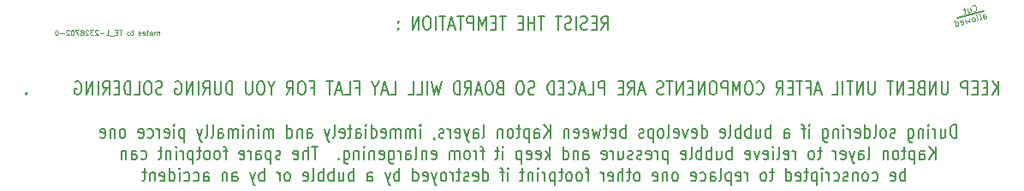
<source format=gbo>
G04 #@! TF.GenerationSoftware,KiCad,Pcbnew,5.1.4-e60b266~84~ubuntu16.04.1*
G04 #@! TF.CreationDate,2019-10-21T03:29:06-05:00*
G04 #@! TF.ProjectId,Quantum MCP4262-502 25x expansion flex for GWAAM-Sea Aid,5175616e-7475-46d2-904d-435034323632,rev?*
G04 #@! TF.SameCoordinates,Original*
G04 #@! TF.FileFunction,Legend,Bot*
G04 #@! TF.FilePolarity,Positive*
%FSLAX46Y46*%
G04 Gerber Fmt 4.6, Leading zero omitted, Abs format (unit mm)*
G04 Created by KiCad (PCBNEW 5.1.4-e60b266~84~ubuntu16.04.1) date 2019-10-21 03:29:06*
%MOMM*%
%LPD*%
G04 APERTURE LIST*
%ADD10C,0.075000*%
%ADD11C,0.150000*%
%ADD12C,0.200000*%
%ADD13C,0.050000*%
G04 APERTURE END LIST*
D10*
X164045571Y-101347542D02*
X164080563Y-101367746D01*
X164170752Y-101373159D01*
X164225948Y-101358369D01*
X164301346Y-101308587D01*
X164341753Y-101238601D01*
X164354561Y-101176011D01*
X164352579Y-101058225D01*
X164330395Y-100975431D01*
X164273218Y-100872434D01*
X164230830Y-100824633D01*
X164160845Y-100784227D01*
X164070656Y-100778814D01*
X164015460Y-100793603D01*
X163940062Y-100843386D01*
X163919859Y-100878379D01*
X163460071Y-101149475D02*
X163563599Y-101535845D01*
X163708452Y-101082921D02*
X163789795Y-101386498D01*
X163776987Y-101449089D01*
X163729186Y-101491476D01*
X163646392Y-101513661D01*
X163583802Y-101500852D01*
X163548809Y-101480649D01*
X163266886Y-101201239D02*
X163046103Y-101260397D01*
X163132328Y-101030238D02*
X163265435Y-101527000D01*
X163252627Y-101589590D01*
X163204826Y-101631978D01*
X163149630Y-101646768D01*
X165099249Y-102133764D02*
X165017906Y-101830187D01*
X165030714Y-101767596D01*
X165078515Y-101725209D01*
X165188907Y-101695629D01*
X165251497Y-101708438D01*
X165091854Y-102106166D02*
X165154445Y-102118974D01*
X165292434Y-102082000D01*
X165340235Y-102039612D01*
X165353043Y-101977022D01*
X165338254Y-101921826D01*
X165295866Y-101874025D01*
X165233275Y-101861217D01*
X165095286Y-101898191D01*
X165032695Y-101885383D01*
X164740477Y-102229896D02*
X164788277Y-102187509D01*
X164801086Y-102124918D01*
X164667979Y-101628156D01*
X164436900Y-102311240D02*
X164484701Y-102268852D01*
X164497509Y-102206261D01*
X164364402Y-101709500D01*
X164133323Y-102392583D02*
X164181124Y-102350195D01*
X164201327Y-102315202D01*
X164214135Y-102252612D01*
X164169766Y-102087025D01*
X164127379Y-102039224D01*
X164092386Y-102019021D01*
X164029796Y-102006212D01*
X163947002Y-102028397D01*
X163899201Y-102070784D01*
X163878998Y-102105777D01*
X163866190Y-102168368D01*
X163910559Y-102333955D01*
X163952946Y-102381756D01*
X163987939Y-102401959D01*
X164050529Y-102414767D01*
X164133323Y-102392583D01*
X163643425Y-102109740D02*
X163636561Y-102525690D01*
X163452221Y-102279290D01*
X163415778Y-102584848D01*
X163201859Y-102228057D01*
X162856426Y-102705147D02*
X162919016Y-102717955D01*
X163029408Y-102688376D01*
X163077209Y-102645988D01*
X163090017Y-102583398D01*
X163030858Y-102362615D01*
X162988471Y-102314814D01*
X162925880Y-102302006D01*
X162815489Y-102331585D01*
X162767688Y-102373972D01*
X162754880Y-102436563D01*
X162769669Y-102491759D01*
X163060438Y-102473006D01*
X162339461Y-102873247D02*
X162184169Y-102293691D01*
X162332066Y-102845649D02*
X162394657Y-102858457D01*
X162505048Y-102828878D01*
X162552849Y-102786490D01*
X162573052Y-102751497D01*
X162585860Y-102688907D01*
X162541491Y-102523319D01*
X162499104Y-102475519D01*
X162464111Y-102455316D01*
X162401521Y-102442507D01*
X162291129Y-102472087D01*
X162243328Y-102514474D01*
D11*
X162430460Y-102090220D02*
X165120320Y-101353620D01*
D12*
X127275748Y-103217815D02*
X127642415Y-102598767D01*
X127904320Y-103217815D02*
X127904320Y-101917815D01*
X127485272Y-101917815D01*
X127380510Y-101979720D01*
X127328129Y-102041624D01*
X127275748Y-102165434D01*
X127275748Y-102351148D01*
X127328129Y-102474958D01*
X127380510Y-102536862D01*
X127485272Y-102598767D01*
X127904320Y-102598767D01*
X126804320Y-102536862D02*
X126437653Y-102536862D01*
X126280510Y-103217815D02*
X126804320Y-103217815D01*
X126804320Y-101917815D01*
X126280510Y-101917815D01*
X125861462Y-103155910D02*
X125704320Y-103217815D01*
X125442415Y-103217815D01*
X125337653Y-103155910D01*
X125285272Y-103094005D01*
X125232891Y-102970196D01*
X125232891Y-102846386D01*
X125285272Y-102722577D01*
X125337653Y-102660672D01*
X125442415Y-102598767D01*
X125651939Y-102536862D01*
X125756700Y-102474958D01*
X125809081Y-102413053D01*
X125861462Y-102289243D01*
X125861462Y-102165434D01*
X125809081Y-102041624D01*
X125756700Y-101979720D01*
X125651939Y-101917815D01*
X125390034Y-101917815D01*
X125232891Y-101979720D01*
X124761462Y-103217815D02*
X124761462Y-101917815D01*
X124290034Y-103155910D02*
X124132891Y-103217815D01*
X123870986Y-103217815D01*
X123766224Y-103155910D01*
X123713843Y-103094005D01*
X123661462Y-102970196D01*
X123661462Y-102846386D01*
X123713843Y-102722577D01*
X123766224Y-102660672D01*
X123870986Y-102598767D01*
X124080510Y-102536862D01*
X124185272Y-102474958D01*
X124237653Y-102413053D01*
X124290034Y-102289243D01*
X124290034Y-102165434D01*
X124237653Y-102041624D01*
X124185272Y-101979720D01*
X124080510Y-101917815D01*
X123818605Y-101917815D01*
X123661462Y-101979720D01*
X123347177Y-101917815D02*
X122718605Y-101917815D01*
X123032891Y-103217815D02*
X123032891Y-101917815D01*
X121670986Y-101917815D02*
X121042415Y-101917815D01*
X121356700Y-103217815D02*
X121356700Y-101917815D01*
X120675748Y-103217815D02*
X120675748Y-101917815D01*
X120675748Y-102536862D02*
X120047177Y-102536862D01*
X120047177Y-103217815D02*
X120047177Y-101917815D01*
X119523367Y-102536862D02*
X119156700Y-102536862D01*
X118999558Y-103217815D02*
X119523367Y-103217815D01*
X119523367Y-101917815D01*
X118999558Y-101917815D01*
X117847177Y-101917815D02*
X117218605Y-101917815D01*
X117532891Y-103217815D02*
X117532891Y-101917815D01*
X116851939Y-102536862D02*
X116485272Y-102536862D01*
X116328129Y-103217815D02*
X116851939Y-103217815D01*
X116851939Y-101917815D01*
X116328129Y-101917815D01*
X115856700Y-103217815D02*
X115856700Y-101917815D01*
X115490034Y-102846386D01*
X115123367Y-101917815D01*
X115123367Y-103217815D01*
X114599558Y-103217815D02*
X114599558Y-101917815D01*
X114180510Y-101917815D01*
X114075748Y-101979720D01*
X114023367Y-102041624D01*
X113970986Y-102165434D01*
X113970986Y-102351148D01*
X114023367Y-102474958D01*
X114075748Y-102536862D01*
X114180510Y-102598767D01*
X114599558Y-102598767D01*
X113656700Y-101917815D02*
X113028129Y-101917815D01*
X113342415Y-103217815D02*
X113342415Y-101917815D01*
X112713843Y-102846386D02*
X112190034Y-102846386D01*
X112818605Y-103217815D02*
X112451939Y-101917815D01*
X112085272Y-103217815D01*
X111875748Y-101917815D02*
X111247177Y-101917815D01*
X111561462Y-103217815D02*
X111561462Y-101917815D01*
X110880510Y-103217815D02*
X110880510Y-101917815D01*
X110147177Y-101917815D02*
X109937653Y-101917815D01*
X109832891Y-101979720D01*
X109728129Y-102103529D01*
X109675748Y-102351148D01*
X109675748Y-102784481D01*
X109728129Y-103032100D01*
X109832891Y-103155910D01*
X109937653Y-103217815D01*
X110147177Y-103217815D01*
X110251939Y-103155910D01*
X110356700Y-103032100D01*
X110409081Y-102784481D01*
X110409081Y-102351148D01*
X110356700Y-102103529D01*
X110251939Y-101979720D01*
X110147177Y-101917815D01*
X109204320Y-103217815D02*
X109204320Y-101917815D01*
X108575748Y-103217815D01*
X108575748Y-101917815D01*
X107213843Y-103094005D02*
X107161462Y-103155910D01*
X107213843Y-103217815D01*
X107266224Y-103155910D01*
X107213843Y-103094005D01*
X107213843Y-103217815D01*
X107213843Y-102413053D02*
X107161462Y-102474958D01*
X107213843Y-102536862D01*
X107266224Y-102474958D01*
X107213843Y-102413053D01*
X107213843Y-102536862D01*
X166561462Y-109667815D02*
X166561462Y-108367815D01*
X165932891Y-109667815D02*
X166404320Y-108924958D01*
X165932891Y-108367815D02*
X166561462Y-109110672D01*
X165461462Y-108986862D02*
X165094796Y-108986862D01*
X164937653Y-109667815D02*
X165461462Y-109667815D01*
X165461462Y-108367815D01*
X164937653Y-108367815D01*
X164466224Y-108986862D02*
X164099558Y-108986862D01*
X163942415Y-109667815D02*
X164466224Y-109667815D01*
X164466224Y-108367815D01*
X163942415Y-108367815D01*
X163470986Y-109667815D02*
X163470986Y-108367815D01*
X163051939Y-108367815D01*
X162947177Y-108429720D01*
X162894796Y-108491624D01*
X162842415Y-108615434D01*
X162842415Y-108801148D01*
X162894796Y-108924958D01*
X162947177Y-108986862D01*
X163051939Y-109048767D01*
X163470986Y-109048767D01*
X161532891Y-108367815D02*
X161532891Y-109420196D01*
X161480510Y-109544005D01*
X161428129Y-109605910D01*
X161323367Y-109667815D01*
X161113843Y-109667815D01*
X161009081Y-109605910D01*
X160956700Y-109544005D01*
X160904320Y-109420196D01*
X160904320Y-108367815D01*
X160380510Y-109667815D02*
X160380510Y-108367815D01*
X159751939Y-109667815D01*
X159751939Y-108367815D01*
X158861462Y-108986862D02*
X158704320Y-109048767D01*
X158651939Y-109110672D01*
X158599558Y-109234481D01*
X158599558Y-109420196D01*
X158651939Y-109544005D01*
X158704320Y-109605910D01*
X158809081Y-109667815D01*
X159228129Y-109667815D01*
X159228129Y-108367815D01*
X158861462Y-108367815D01*
X158756700Y-108429720D01*
X158704320Y-108491624D01*
X158651939Y-108615434D01*
X158651939Y-108739243D01*
X158704320Y-108863053D01*
X158756700Y-108924958D01*
X158861462Y-108986862D01*
X159228129Y-108986862D01*
X158128129Y-108986862D02*
X157761462Y-108986862D01*
X157604320Y-109667815D02*
X158128129Y-109667815D01*
X158128129Y-108367815D01*
X157604320Y-108367815D01*
X157132891Y-109667815D02*
X157132891Y-108367815D01*
X156504320Y-109667815D01*
X156504320Y-108367815D01*
X156137653Y-108367815D02*
X155509081Y-108367815D01*
X155823367Y-109667815D02*
X155823367Y-108367815D01*
X154304320Y-108367815D02*
X154304320Y-109420196D01*
X154251939Y-109544005D01*
X154199558Y-109605910D01*
X154094796Y-109667815D01*
X153885272Y-109667815D01*
X153780510Y-109605910D01*
X153728129Y-109544005D01*
X153675748Y-109420196D01*
X153675748Y-108367815D01*
X153151939Y-109667815D02*
X153151939Y-108367815D01*
X152523367Y-109667815D01*
X152523367Y-108367815D01*
X152156700Y-108367815D02*
X151528129Y-108367815D01*
X151842415Y-109667815D02*
X151842415Y-108367815D01*
X151161462Y-109667815D02*
X151161462Y-108367815D01*
X150113843Y-109667815D02*
X150637653Y-109667815D01*
X150637653Y-108367815D01*
X148961462Y-109296386D02*
X148437653Y-109296386D01*
X149066224Y-109667815D02*
X148699558Y-108367815D01*
X148332891Y-109667815D01*
X147599558Y-108986862D02*
X147966224Y-108986862D01*
X147966224Y-109667815D02*
X147966224Y-108367815D01*
X147442415Y-108367815D01*
X147180510Y-108367815D02*
X146551939Y-108367815D01*
X146866224Y-109667815D02*
X146866224Y-108367815D01*
X146185272Y-108986862D02*
X145818605Y-108986862D01*
X145661462Y-109667815D02*
X146185272Y-109667815D01*
X146185272Y-108367815D01*
X145661462Y-108367815D01*
X144561462Y-109667815D02*
X144928129Y-109048767D01*
X145190034Y-109667815D02*
X145190034Y-108367815D01*
X144770986Y-108367815D01*
X144666224Y-108429720D01*
X144613843Y-108491624D01*
X144561462Y-108615434D01*
X144561462Y-108801148D01*
X144613843Y-108924958D01*
X144666224Y-108986862D01*
X144770986Y-109048767D01*
X145190034Y-109048767D01*
X142623367Y-109544005D02*
X142675748Y-109605910D01*
X142832891Y-109667815D01*
X142937653Y-109667815D01*
X143094796Y-109605910D01*
X143199558Y-109482100D01*
X143251939Y-109358291D01*
X143304320Y-109110672D01*
X143304320Y-108924958D01*
X143251939Y-108677339D01*
X143199558Y-108553529D01*
X143094796Y-108429720D01*
X142937653Y-108367815D01*
X142832891Y-108367815D01*
X142675748Y-108429720D01*
X142623367Y-108491624D01*
X141942415Y-108367815D02*
X141732891Y-108367815D01*
X141628129Y-108429720D01*
X141523367Y-108553529D01*
X141470986Y-108801148D01*
X141470986Y-109234481D01*
X141523367Y-109482100D01*
X141628129Y-109605910D01*
X141732891Y-109667815D01*
X141942415Y-109667815D01*
X142047177Y-109605910D01*
X142151939Y-109482100D01*
X142204320Y-109234481D01*
X142204320Y-108801148D01*
X142151939Y-108553529D01*
X142047177Y-108429720D01*
X141942415Y-108367815D01*
X140999558Y-109667815D02*
X140999558Y-108367815D01*
X140632891Y-109296386D01*
X140266224Y-108367815D01*
X140266224Y-109667815D01*
X139742415Y-109667815D02*
X139742415Y-108367815D01*
X139323367Y-108367815D01*
X139218605Y-108429720D01*
X139166224Y-108491624D01*
X139113843Y-108615434D01*
X139113843Y-108801148D01*
X139166224Y-108924958D01*
X139218605Y-108986862D01*
X139323367Y-109048767D01*
X139742415Y-109048767D01*
X138432891Y-108367815D02*
X138223367Y-108367815D01*
X138118605Y-108429720D01*
X138013843Y-108553529D01*
X137961462Y-108801148D01*
X137961462Y-109234481D01*
X138013843Y-109482100D01*
X138118605Y-109605910D01*
X138223367Y-109667815D01*
X138432891Y-109667815D01*
X138537653Y-109605910D01*
X138642415Y-109482100D01*
X138694796Y-109234481D01*
X138694796Y-108801148D01*
X138642415Y-108553529D01*
X138537653Y-108429720D01*
X138432891Y-108367815D01*
X137490034Y-109667815D02*
X137490034Y-108367815D01*
X136861462Y-109667815D01*
X136861462Y-108367815D01*
X136337653Y-108986862D02*
X135970986Y-108986862D01*
X135813843Y-109667815D02*
X136337653Y-109667815D01*
X136337653Y-108367815D01*
X135813843Y-108367815D01*
X135342415Y-109667815D02*
X135342415Y-108367815D01*
X134713843Y-109667815D01*
X134713843Y-108367815D01*
X134347177Y-108367815D02*
X133718605Y-108367815D01*
X134032891Y-109667815D02*
X134032891Y-108367815D01*
X133404319Y-109605910D02*
X133247177Y-109667815D01*
X132985272Y-109667815D01*
X132880510Y-109605910D01*
X132828129Y-109544005D01*
X132775748Y-109420196D01*
X132775748Y-109296386D01*
X132828129Y-109172577D01*
X132880510Y-109110672D01*
X132985272Y-109048767D01*
X133194796Y-108986862D01*
X133299558Y-108924958D01*
X133351939Y-108863053D01*
X133404319Y-108739243D01*
X133404319Y-108615434D01*
X133351939Y-108491624D01*
X133299558Y-108429720D01*
X133194796Y-108367815D01*
X132932891Y-108367815D01*
X132775748Y-108429720D01*
X131518605Y-109296386D02*
X130994796Y-109296386D01*
X131623367Y-109667815D02*
X131256700Y-108367815D01*
X130890034Y-109667815D01*
X129894796Y-109667815D02*
X130261462Y-109048767D01*
X130523367Y-109667815D02*
X130523367Y-108367815D01*
X130104319Y-108367815D01*
X129999558Y-108429720D01*
X129947177Y-108491624D01*
X129894796Y-108615434D01*
X129894796Y-108801148D01*
X129947177Y-108924958D01*
X129999558Y-108986862D01*
X130104319Y-109048767D01*
X130523367Y-109048767D01*
X129423367Y-108986862D02*
X129056700Y-108986862D01*
X128899558Y-109667815D02*
X129423367Y-109667815D01*
X129423367Y-108367815D01*
X128899558Y-108367815D01*
X127590034Y-109667815D02*
X127590034Y-108367815D01*
X127170986Y-108367815D01*
X127066224Y-108429720D01*
X127013843Y-108491624D01*
X126961462Y-108615434D01*
X126961462Y-108801148D01*
X127013843Y-108924958D01*
X127066224Y-108986862D01*
X127170986Y-109048767D01*
X127590034Y-109048767D01*
X125966224Y-109667815D02*
X126490034Y-109667815D01*
X126490034Y-108367815D01*
X125651939Y-109296386D02*
X125128129Y-109296386D01*
X125756700Y-109667815D02*
X125390034Y-108367815D01*
X125023367Y-109667815D01*
X124028129Y-109544005D02*
X124080510Y-109605910D01*
X124237653Y-109667815D01*
X124342415Y-109667815D01*
X124499558Y-109605910D01*
X124604319Y-109482100D01*
X124656700Y-109358291D01*
X124709081Y-109110672D01*
X124709081Y-108924958D01*
X124656700Y-108677339D01*
X124604319Y-108553529D01*
X124499558Y-108429720D01*
X124342415Y-108367815D01*
X124237653Y-108367815D01*
X124080510Y-108429720D01*
X124028129Y-108491624D01*
X123556700Y-108986862D02*
X123190034Y-108986862D01*
X123032891Y-109667815D02*
X123556700Y-109667815D01*
X123556700Y-108367815D01*
X123032891Y-108367815D01*
X122561462Y-109667815D02*
X122561462Y-108367815D01*
X122299558Y-108367815D01*
X122142415Y-108429720D01*
X122037653Y-108553529D01*
X121985272Y-108677339D01*
X121932891Y-108924958D01*
X121932891Y-109110672D01*
X121985272Y-109358291D01*
X122037653Y-109482100D01*
X122142415Y-109605910D01*
X122299558Y-109667815D01*
X122561462Y-109667815D01*
X120675748Y-109605910D02*
X120518605Y-109667815D01*
X120256700Y-109667815D01*
X120151939Y-109605910D01*
X120099558Y-109544005D01*
X120047177Y-109420196D01*
X120047177Y-109296386D01*
X120099558Y-109172577D01*
X120151939Y-109110672D01*
X120256700Y-109048767D01*
X120466224Y-108986862D01*
X120570986Y-108924958D01*
X120623367Y-108863053D01*
X120675748Y-108739243D01*
X120675748Y-108615434D01*
X120623367Y-108491624D01*
X120570986Y-108429720D01*
X120466224Y-108367815D01*
X120204319Y-108367815D01*
X120047177Y-108429720D01*
X119366224Y-108367815D02*
X119156700Y-108367815D01*
X119051939Y-108429720D01*
X118947177Y-108553529D01*
X118894796Y-108801148D01*
X118894796Y-109234481D01*
X118947177Y-109482100D01*
X119051939Y-109605910D01*
X119156700Y-109667815D01*
X119366224Y-109667815D01*
X119470986Y-109605910D01*
X119575748Y-109482100D01*
X119628129Y-109234481D01*
X119628129Y-108801148D01*
X119575748Y-108553529D01*
X119470986Y-108429720D01*
X119366224Y-108367815D01*
X117218605Y-108986862D02*
X117061462Y-109048767D01*
X117009081Y-109110672D01*
X116956700Y-109234481D01*
X116956700Y-109420196D01*
X117009081Y-109544005D01*
X117061462Y-109605910D01*
X117166224Y-109667815D01*
X117585272Y-109667815D01*
X117585272Y-108367815D01*
X117218605Y-108367815D01*
X117113843Y-108429720D01*
X117061462Y-108491624D01*
X117009081Y-108615434D01*
X117009081Y-108739243D01*
X117061462Y-108863053D01*
X117113843Y-108924958D01*
X117218605Y-108986862D01*
X117585272Y-108986862D01*
X116275748Y-108367815D02*
X116066224Y-108367815D01*
X115961462Y-108429720D01*
X115856700Y-108553529D01*
X115804319Y-108801148D01*
X115804319Y-109234481D01*
X115856700Y-109482100D01*
X115961462Y-109605910D01*
X116066224Y-109667815D01*
X116275748Y-109667815D01*
X116380510Y-109605910D01*
X116485272Y-109482100D01*
X116537653Y-109234481D01*
X116537653Y-108801148D01*
X116485272Y-108553529D01*
X116380510Y-108429720D01*
X116275748Y-108367815D01*
X115385272Y-109296386D02*
X114861462Y-109296386D01*
X115490034Y-109667815D02*
X115123367Y-108367815D01*
X114756700Y-109667815D01*
X113761462Y-109667815D02*
X114128129Y-109048767D01*
X114390034Y-109667815D02*
X114390034Y-108367815D01*
X113970986Y-108367815D01*
X113866224Y-108429720D01*
X113813843Y-108491624D01*
X113761462Y-108615434D01*
X113761462Y-108801148D01*
X113813843Y-108924958D01*
X113866224Y-108986862D01*
X113970986Y-109048767D01*
X114390034Y-109048767D01*
X113290034Y-109667815D02*
X113290034Y-108367815D01*
X113028129Y-108367815D01*
X112870986Y-108429720D01*
X112766224Y-108553529D01*
X112713843Y-108677339D01*
X112661462Y-108924958D01*
X112661462Y-109110672D01*
X112713843Y-109358291D01*
X112766224Y-109482100D01*
X112870986Y-109605910D01*
X113028129Y-109667815D01*
X113290034Y-109667815D01*
X111456700Y-108367815D02*
X111194796Y-109667815D01*
X110985272Y-108739243D01*
X110775748Y-109667815D01*
X110513843Y-108367815D01*
X110094796Y-109667815D02*
X110094796Y-108367815D01*
X109047177Y-109667815D02*
X109570986Y-109667815D01*
X109570986Y-108367815D01*
X108156700Y-109667815D02*
X108680510Y-109667815D01*
X108680510Y-108367815D01*
X106428129Y-109667815D02*
X106951939Y-109667815D01*
X106951939Y-108367815D01*
X106113843Y-109296386D02*
X105590034Y-109296386D01*
X106218605Y-109667815D02*
X105851939Y-108367815D01*
X105485272Y-109667815D01*
X104909081Y-109048767D02*
X104909081Y-109667815D01*
X105275748Y-108367815D02*
X104909081Y-109048767D01*
X104542415Y-108367815D01*
X102970986Y-108986862D02*
X103337653Y-108986862D01*
X103337653Y-109667815D02*
X103337653Y-108367815D01*
X102813843Y-108367815D01*
X101870986Y-109667815D02*
X102394796Y-109667815D01*
X102394796Y-108367815D01*
X101556700Y-109296386D02*
X101032891Y-109296386D01*
X101661462Y-109667815D02*
X101294796Y-108367815D01*
X100928129Y-109667815D01*
X100718605Y-108367815D02*
X100090034Y-108367815D01*
X100404319Y-109667815D02*
X100404319Y-108367815D01*
X98518605Y-108986862D02*
X98885272Y-108986862D01*
X98885272Y-109667815D02*
X98885272Y-108367815D01*
X98361462Y-108367815D01*
X97732891Y-108367815D02*
X97523367Y-108367815D01*
X97418605Y-108429720D01*
X97313843Y-108553529D01*
X97261462Y-108801148D01*
X97261462Y-109234481D01*
X97313843Y-109482100D01*
X97418605Y-109605910D01*
X97523367Y-109667815D01*
X97732891Y-109667815D01*
X97837653Y-109605910D01*
X97942415Y-109482100D01*
X97994796Y-109234481D01*
X97994796Y-108801148D01*
X97942415Y-108553529D01*
X97837653Y-108429720D01*
X97732891Y-108367815D01*
X96161462Y-109667815D02*
X96528129Y-109048767D01*
X96790034Y-109667815D02*
X96790034Y-108367815D01*
X96370986Y-108367815D01*
X96266224Y-108429720D01*
X96213843Y-108491624D01*
X96161462Y-108615434D01*
X96161462Y-108801148D01*
X96213843Y-108924958D01*
X96266224Y-108986862D01*
X96370986Y-109048767D01*
X96790034Y-109048767D01*
X94642415Y-109048767D02*
X94642415Y-109667815D01*
X95009081Y-108367815D02*
X94642415Y-109048767D01*
X94275748Y-108367815D01*
X93699558Y-108367815D02*
X93490034Y-108367815D01*
X93385272Y-108429720D01*
X93280510Y-108553529D01*
X93228129Y-108801148D01*
X93228129Y-109234481D01*
X93280510Y-109482100D01*
X93385272Y-109605910D01*
X93490034Y-109667815D01*
X93699558Y-109667815D01*
X93804319Y-109605910D01*
X93909081Y-109482100D01*
X93961462Y-109234481D01*
X93961462Y-108801148D01*
X93909081Y-108553529D01*
X93804319Y-108429720D01*
X93699558Y-108367815D01*
X92756700Y-108367815D02*
X92756700Y-109420196D01*
X92704319Y-109544005D01*
X92651939Y-109605910D01*
X92547177Y-109667815D01*
X92337653Y-109667815D01*
X92232891Y-109605910D01*
X92180510Y-109544005D01*
X92128129Y-109420196D01*
X92128129Y-108367815D01*
X90766224Y-109667815D02*
X90766224Y-108367815D01*
X90504319Y-108367815D01*
X90347177Y-108429720D01*
X90242415Y-108553529D01*
X90190034Y-108677339D01*
X90137653Y-108924958D01*
X90137653Y-109110672D01*
X90190034Y-109358291D01*
X90242415Y-109482100D01*
X90347177Y-109605910D01*
X90504319Y-109667815D01*
X90766224Y-109667815D01*
X89666224Y-108367815D02*
X89666224Y-109420196D01*
X89613843Y-109544005D01*
X89561462Y-109605910D01*
X89456700Y-109667815D01*
X89247177Y-109667815D01*
X89142415Y-109605910D01*
X89090034Y-109544005D01*
X89037653Y-109420196D01*
X89037653Y-108367815D01*
X87885272Y-109667815D02*
X88251939Y-109048767D01*
X88513843Y-109667815D02*
X88513843Y-108367815D01*
X88094796Y-108367815D01*
X87990034Y-108429720D01*
X87937653Y-108491624D01*
X87885272Y-108615434D01*
X87885272Y-108801148D01*
X87937653Y-108924958D01*
X87990034Y-108986862D01*
X88094796Y-109048767D01*
X88513843Y-109048767D01*
X87413843Y-109667815D02*
X87413843Y-108367815D01*
X86890034Y-109667815D02*
X86890034Y-108367815D01*
X86261462Y-109667815D01*
X86261462Y-108367815D01*
X85161462Y-108429720D02*
X85266224Y-108367815D01*
X85423367Y-108367815D01*
X85580510Y-108429720D01*
X85685272Y-108553529D01*
X85737653Y-108677339D01*
X85790034Y-108924958D01*
X85790034Y-109110672D01*
X85737653Y-109358291D01*
X85685272Y-109482100D01*
X85580510Y-109605910D01*
X85423367Y-109667815D01*
X85318605Y-109667815D01*
X85161462Y-109605910D01*
X85109081Y-109544005D01*
X85109081Y-109110672D01*
X85318605Y-109110672D01*
X83851939Y-109605910D02*
X83694796Y-109667815D01*
X83432891Y-109667815D01*
X83328129Y-109605910D01*
X83275748Y-109544005D01*
X83223367Y-109420196D01*
X83223367Y-109296386D01*
X83275748Y-109172577D01*
X83328129Y-109110672D01*
X83432891Y-109048767D01*
X83642415Y-108986862D01*
X83747177Y-108924958D01*
X83799558Y-108863053D01*
X83851939Y-108739243D01*
X83851939Y-108615434D01*
X83799558Y-108491624D01*
X83747177Y-108429720D01*
X83642415Y-108367815D01*
X83380510Y-108367815D01*
X83223367Y-108429720D01*
X82542415Y-108367815D02*
X82332891Y-108367815D01*
X82228129Y-108429720D01*
X82123367Y-108553529D01*
X82070986Y-108801148D01*
X82070986Y-109234481D01*
X82123367Y-109482100D01*
X82228129Y-109605910D01*
X82332891Y-109667815D01*
X82542415Y-109667815D01*
X82647177Y-109605910D01*
X82751939Y-109482100D01*
X82804319Y-109234481D01*
X82804319Y-108801148D01*
X82751939Y-108553529D01*
X82647177Y-108429720D01*
X82542415Y-108367815D01*
X81075748Y-109667815D02*
X81599558Y-109667815D01*
X81599558Y-108367815D01*
X80709081Y-109667815D02*
X80709081Y-108367815D01*
X80447177Y-108367815D01*
X80290034Y-108429720D01*
X80185272Y-108553529D01*
X80132891Y-108677339D01*
X80080510Y-108924958D01*
X80080510Y-109110672D01*
X80132891Y-109358291D01*
X80185272Y-109482100D01*
X80290034Y-109605910D01*
X80447177Y-109667815D01*
X80709081Y-109667815D01*
X79609081Y-108986862D02*
X79242415Y-108986862D01*
X79085272Y-109667815D02*
X79609081Y-109667815D01*
X79609081Y-108367815D01*
X79085272Y-108367815D01*
X77985272Y-109667815D02*
X78351939Y-109048767D01*
X78613843Y-109667815D02*
X78613843Y-108367815D01*
X78194796Y-108367815D01*
X78090034Y-108429720D01*
X78037653Y-108491624D01*
X77985272Y-108615434D01*
X77985272Y-108801148D01*
X78037653Y-108924958D01*
X78090034Y-108986862D01*
X78194796Y-109048767D01*
X78613843Y-109048767D01*
X77513843Y-109667815D02*
X77513843Y-108367815D01*
X76990034Y-109667815D02*
X76990034Y-108367815D01*
X76361462Y-109667815D01*
X76361462Y-108367815D01*
X75261462Y-108429720D02*
X75366224Y-108367815D01*
X75523367Y-108367815D01*
X75680510Y-108429720D01*
X75785272Y-108553529D01*
X75837653Y-108677339D01*
X75890034Y-108924958D01*
X75890034Y-109110672D01*
X75837653Y-109358291D01*
X75785272Y-109482100D01*
X75680510Y-109605910D01*
X75523367Y-109667815D01*
X75418605Y-109667815D01*
X75261462Y-109605910D01*
X75209081Y-109544005D01*
X75209081Y-109110672D01*
X75418605Y-109110672D01*
X162397177Y-113967815D02*
X162397177Y-112667815D01*
X162135272Y-112667815D01*
X161978129Y-112729720D01*
X161873367Y-112853529D01*
X161820986Y-112977339D01*
X161768605Y-113224958D01*
X161768605Y-113410672D01*
X161820986Y-113658291D01*
X161873367Y-113782100D01*
X161978129Y-113905910D01*
X162135272Y-113967815D01*
X162397177Y-113967815D01*
X160825748Y-113101148D02*
X160825748Y-113967815D01*
X161297177Y-113101148D02*
X161297177Y-113782100D01*
X161244796Y-113905910D01*
X161140034Y-113967815D01*
X160982891Y-113967815D01*
X160878129Y-113905910D01*
X160825748Y-113844005D01*
X160301939Y-113967815D02*
X160301939Y-113101148D01*
X160301939Y-113348767D02*
X160249558Y-113224958D01*
X160197177Y-113163053D01*
X160092415Y-113101148D01*
X159987653Y-113101148D01*
X159620986Y-113967815D02*
X159620986Y-113101148D01*
X159620986Y-112667815D02*
X159673367Y-112729720D01*
X159620986Y-112791624D01*
X159568605Y-112729720D01*
X159620986Y-112667815D01*
X159620986Y-112791624D01*
X159097177Y-113101148D02*
X159097177Y-113967815D01*
X159097177Y-113224958D02*
X159044796Y-113163053D01*
X158940034Y-113101148D01*
X158782891Y-113101148D01*
X158678129Y-113163053D01*
X158625748Y-113286862D01*
X158625748Y-113967815D01*
X157630510Y-113101148D02*
X157630510Y-114153529D01*
X157682891Y-114277339D01*
X157735272Y-114339243D01*
X157840034Y-114401148D01*
X157997177Y-114401148D01*
X158101939Y-114339243D01*
X157630510Y-113905910D02*
X157735272Y-113967815D01*
X157944796Y-113967815D01*
X158049558Y-113905910D01*
X158101939Y-113844005D01*
X158154320Y-113720196D01*
X158154320Y-113348767D01*
X158101939Y-113224958D01*
X158049558Y-113163053D01*
X157944796Y-113101148D01*
X157735272Y-113101148D01*
X157630510Y-113163053D01*
X156320986Y-113905910D02*
X156216224Y-113967815D01*
X156006700Y-113967815D01*
X155901939Y-113905910D01*
X155849558Y-113782100D01*
X155849558Y-113720196D01*
X155901939Y-113596386D01*
X156006700Y-113534481D01*
X156163843Y-113534481D01*
X156268605Y-113472577D01*
X156320986Y-113348767D01*
X156320986Y-113286862D01*
X156268605Y-113163053D01*
X156163843Y-113101148D01*
X156006700Y-113101148D01*
X155901939Y-113163053D01*
X155220986Y-113967815D02*
X155325748Y-113905910D01*
X155378129Y-113844005D01*
X155430510Y-113720196D01*
X155430510Y-113348767D01*
X155378129Y-113224958D01*
X155325748Y-113163053D01*
X155220986Y-113101148D01*
X155063843Y-113101148D01*
X154959081Y-113163053D01*
X154906700Y-113224958D01*
X154854320Y-113348767D01*
X154854320Y-113720196D01*
X154906700Y-113844005D01*
X154959081Y-113905910D01*
X155063843Y-113967815D01*
X155220986Y-113967815D01*
X154225748Y-113967815D02*
X154330510Y-113905910D01*
X154382891Y-113782100D01*
X154382891Y-112667815D01*
X153335272Y-113967815D02*
X153335272Y-112667815D01*
X153335272Y-113905910D02*
X153440034Y-113967815D01*
X153649558Y-113967815D01*
X153754320Y-113905910D01*
X153806700Y-113844005D01*
X153859081Y-113720196D01*
X153859081Y-113348767D01*
X153806700Y-113224958D01*
X153754320Y-113163053D01*
X153649558Y-113101148D01*
X153440034Y-113101148D01*
X153335272Y-113163053D01*
X152392415Y-113905910D02*
X152497177Y-113967815D01*
X152706700Y-113967815D01*
X152811462Y-113905910D01*
X152863843Y-113782100D01*
X152863843Y-113286862D01*
X152811462Y-113163053D01*
X152706700Y-113101148D01*
X152497177Y-113101148D01*
X152392415Y-113163053D01*
X152340034Y-113286862D01*
X152340034Y-113410672D01*
X152863843Y-113534481D01*
X151868605Y-113967815D02*
X151868605Y-113101148D01*
X151868605Y-113348767D02*
X151816224Y-113224958D01*
X151763843Y-113163053D01*
X151659081Y-113101148D01*
X151554320Y-113101148D01*
X151187653Y-113967815D02*
X151187653Y-113101148D01*
X151187653Y-112667815D02*
X151240034Y-112729720D01*
X151187653Y-112791624D01*
X151135272Y-112729720D01*
X151187653Y-112667815D01*
X151187653Y-112791624D01*
X150663843Y-113101148D02*
X150663843Y-113967815D01*
X150663843Y-113224958D02*
X150611462Y-113163053D01*
X150506700Y-113101148D01*
X150349558Y-113101148D01*
X150244796Y-113163053D01*
X150192415Y-113286862D01*
X150192415Y-113967815D01*
X149197177Y-113101148D02*
X149197177Y-114153529D01*
X149249558Y-114277339D01*
X149301939Y-114339243D01*
X149406700Y-114401148D01*
X149563843Y-114401148D01*
X149668605Y-114339243D01*
X149197177Y-113905910D02*
X149301939Y-113967815D01*
X149511462Y-113967815D01*
X149616224Y-113905910D01*
X149668605Y-113844005D01*
X149720986Y-113720196D01*
X149720986Y-113348767D01*
X149668605Y-113224958D01*
X149616224Y-113163053D01*
X149511462Y-113101148D01*
X149301939Y-113101148D01*
X149197177Y-113163053D01*
X147835272Y-113967815D02*
X147835272Y-113101148D01*
X147835272Y-112667815D02*
X147887653Y-112729720D01*
X147835272Y-112791624D01*
X147782891Y-112729720D01*
X147835272Y-112667815D01*
X147835272Y-112791624D01*
X147468605Y-113101148D02*
X147049558Y-113101148D01*
X147311462Y-113967815D02*
X147311462Y-112853529D01*
X147259081Y-112729720D01*
X147154320Y-112667815D01*
X147049558Y-112667815D01*
X145373367Y-113967815D02*
X145373367Y-113286862D01*
X145425748Y-113163053D01*
X145530510Y-113101148D01*
X145740034Y-113101148D01*
X145844796Y-113163053D01*
X145373367Y-113905910D02*
X145478129Y-113967815D01*
X145740034Y-113967815D01*
X145844796Y-113905910D01*
X145897177Y-113782100D01*
X145897177Y-113658291D01*
X145844796Y-113534481D01*
X145740034Y-113472577D01*
X145478129Y-113472577D01*
X145373367Y-113410672D01*
X144011462Y-113967815D02*
X144011462Y-112667815D01*
X144011462Y-113163053D02*
X143906700Y-113101148D01*
X143697177Y-113101148D01*
X143592415Y-113163053D01*
X143540034Y-113224958D01*
X143487653Y-113348767D01*
X143487653Y-113720196D01*
X143540034Y-113844005D01*
X143592415Y-113905910D01*
X143697177Y-113967815D01*
X143906700Y-113967815D01*
X144011462Y-113905910D01*
X142544796Y-113101148D02*
X142544796Y-113967815D01*
X143016224Y-113101148D02*
X143016224Y-113782100D01*
X142963843Y-113905910D01*
X142859081Y-113967815D01*
X142701939Y-113967815D01*
X142597177Y-113905910D01*
X142544796Y-113844005D01*
X142020986Y-113967815D02*
X142020986Y-112667815D01*
X142020986Y-113163053D02*
X141916224Y-113101148D01*
X141706700Y-113101148D01*
X141601939Y-113163053D01*
X141549558Y-113224958D01*
X141497177Y-113348767D01*
X141497177Y-113720196D01*
X141549558Y-113844005D01*
X141601939Y-113905910D01*
X141706700Y-113967815D01*
X141916224Y-113967815D01*
X142020986Y-113905910D01*
X141025748Y-113967815D02*
X141025748Y-112667815D01*
X141025748Y-113163053D02*
X140920986Y-113101148D01*
X140711462Y-113101148D01*
X140606700Y-113163053D01*
X140554320Y-113224958D01*
X140501939Y-113348767D01*
X140501939Y-113720196D01*
X140554320Y-113844005D01*
X140606700Y-113905910D01*
X140711462Y-113967815D01*
X140920986Y-113967815D01*
X141025748Y-113905910D01*
X139873367Y-113967815D02*
X139978129Y-113905910D01*
X140030510Y-113782100D01*
X140030510Y-112667815D01*
X139035272Y-113905910D02*
X139140034Y-113967815D01*
X139349558Y-113967815D01*
X139454320Y-113905910D01*
X139506700Y-113782100D01*
X139506700Y-113286862D01*
X139454320Y-113163053D01*
X139349558Y-113101148D01*
X139140034Y-113101148D01*
X139035272Y-113163053D01*
X138982891Y-113286862D01*
X138982891Y-113410672D01*
X139506700Y-113534481D01*
X137201939Y-113967815D02*
X137201939Y-112667815D01*
X137201939Y-113905910D02*
X137306700Y-113967815D01*
X137516224Y-113967815D01*
X137620986Y-113905910D01*
X137673367Y-113844005D01*
X137725748Y-113720196D01*
X137725748Y-113348767D01*
X137673367Y-113224958D01*
X137620986Y-113163053D01*
X137516224Y-113101148D01*
X137306700Y-113101148D01*
X137201939Y-113163053D01*
X136259081Y-113905910D02*
X136363843Y-113967815D01*
X136573367Y-113967815D01*
X136678129Y-113905910D01*
X136730510Y-113782100D01*
X136730510Y-113286862D01*
X136678129Y-113163053D01*
X136573367Y-113101148D01*
X136363843Y-113101148D01*
X136259081Y-113163053D01*
X136206700Y-113286862D01*
X136206700Y-113410672D01*
X136730510Y-113534481D01*
X135840034Y-113101148D02*
X135578129Y-113967815D01*
X135316224Y-113101148D01*
X134478129Y-113905910D02*
X134582891Y-113967815D01*
X134792415Y-113967815D01*
X134897177Y-113905910D01*
X134949558Y-113782100D01*
X134949558Y-113286862D01*
X134897177Y-113163053D01*
X134792415Y-113101148D01*
X134582891Y-113101148D01*
X134478129Y-113163053D01*
X134425748Y-113286862D01*
X134425748Y-113410672D01*
X134949558Y-113534481D01*
X133797177Y-113967815D02*
X133901939Y-113905910D01*
X133954319Y-113782100D01*
X133954319Y-112667815D01*
X133220986Y-113967815D02*
X133325748Y-113905910D01*
X133378129Y-113844005D01*
X133430510Y-113720196D01*
X133430510Y-113348767D01*
X133378129Y-113224958D01*
X133325748Y-113163053D01*
X133220986Y-113101148D01*
X133063843Y-113101148D01*
X132959081Y-113163053D01*
X132906700Y-113224958D01*
X132854319Y-113348767D01*
X132854319Y-113720196D01*
X132906700Y-113844005D01*
X132959081Y-113905910D01*
X133063843Y-113967815D01*
X133220986Y-113967815D01*
X132382891Y-113101148D02*
X132382891Y-114401148D01*
X132382891Y-113163053D02*
X132278129Y-113101148D01*
X132068605Y-113101148D01*
X131963843Y-113163053D01*
X131911462Y-113224958D01*
X131859081Y-113348767D01*
X131859081Y-113720196D01*
X131911462Y-113844005D01*
X131963843Y-113905910D01*
X132068605Y-113967815D01*
X132278129Y-113967815D01*
X132382891Y-113905910D01*
X131440034Y-113905910D02*
X131335272Y-113967815D01*
X131125748Y-113967815D01*
X131020986Y-113905910D01*
X130968605Y-113782100D01*
X130968605Y-113720196D01*
X131020986Y-113596386D01*
X131125748Y-113534481D01*
X131282891Y-113534481D01*
X131387653Y-113472577D01*
X131440034Y-113348767D01*
X131440034Y-113286862D01*
X131387653Y-113163053D01*
X131282891Y-113101148D01*
X131125748Y-113101148D01*
X131020986Y-113163053D01*
X129659081Y-113967815D02*
X129659081Y-112667815D01*
X129659081Y-113163053D02*
X129554319Y-113101148D01*
X129344796Y-113101148D01*
X129240034Y-113163053D01*
X129187653Y-113224958D01*
X129135272Y-113348767D01*
X129135272Y-113720196D01*
X129187653Y-113844005D01*
X129240034Y-113905910D01*
X129344796Y-113967815D01*
X129554319Y-113967815D01*
X129659081Y-113905910D01*
X128244796Y-113905910D02*
X128349558Y-113967815D01*
X128559081Y-113967815D01*
X128663843Y-113905910D01*
X128716224Y-113782100D01*
X128716224Y-113286862D01*
X128663843Y-113163053D01*
X128559081Y-113101148D01*
X128349558Y-113101148D01*
X128244796Y-113163053D01*
X128192415Y-113286862D01*
X128192415Y-113410672D01*
X128716224Y-113534481D01*
X127878129Y-113101148D02*
X127459081Y-113101148D01*
X127720986Y-112667815D02*
X127720986Y-113782100D01*
X127668605Y-113905910D01*
X127563843Y-113967815D01*
X127459081Y-113967815D01*
X127197177Y-113101148D02*
X126987653Y-113967815D01*
X126778129Y-113348767D01*
X126568605Y-113967815D01*
X126359081Y-113101148D01*
X125520986Y-113905910D02*
X125625748Y-113967815D01*
X125835272Y-113967815D01*
X125940034Y-113905910D01*
X125992415Y-113782100D01*
X125992415Y-113286862D01*
X125940034Y-113163053D01*
X125835272Y-113101148D01*
X125625748Y-113101148D01*
X125520986Y-113163053D01*
X125468605Y-113286862D01*
X125468605Y-113410672D01*
X125992415Y-113534481D01*
X124578129Y-113905910D02*
X124682891Y-113967815D01*
X124892415Y-113967815D01*
X124997177Y-113905910D01*
X125049558Y-113782100D01*
X125049558Y-113286862D01*
X124997177Y-113163053D01*
X124892415Y-113101148D01*
X124682891Y-113101148D01*
X124578129Y-113163053D01*
X124525748Y-113286862D01*
X124525748Y-113410672D01*
X125049558Y-113534481D01*
X124054319Y-113101148D02*
X124054319Y-113967815D01*
X124054319Y-113224958D02*
X124001939Y-113163053D01*
X123897177Y-113101148D01*
X123740034Y-113101148D01*
X123635272Y-113163053D01*
X123582891Y-113286862D01*
X123582891Y-113967815D01*
X122220986Y-113967815D02*
X122220986Y-112667815D01*
X121592415Y-113967815D02*
X122063843Y-113224958D01*
X121592415Y-112667815D02*
X122220986Y-113410672D01*
X120649558Y-113967815D02*
X120649558Y-113286862D01*
X120701939Y-113163053D01*
X120806700Y-113101148D01*
X121016224Y-113101148D01*
X121120986Y-113163053D01*
X120649558Y-113905910D02*
X120754319Y-113967815D01*
X121016224Y-113967815D01*
X121120986Y-113905910D01*
X121173367Y-113782100D01*
X121173367Y-113658291D01*
X121120986Y-113534481D01*
X121016224Y-113472577D01*
X120754319Y-113472577D01*
X120649558Y-113410672D01*
X120125748Y-113101148D02*
X120125748Y-114401148D01*
X120125748Y-113163053D02*
X120020986Y-113101148D01*
X119811462Y-113101148D01*
X119706700Y-113163053D01*
X119654319Y-113224958D01*
X119601939Y-113348767D01*
X119601939Y-113720196D01*
X119654319Y-113844005D01*
X119706700Y-113905910D01*
X119811462Y-113967815D01*
X120020986Y-113967815D01*
X120125748Y-113905910D01*
X119287653Y-113101148D02*
X118868605Y-113101148D01*
X119130510Y-112667815D02*
X119130510Y-113782100D01*
X119078129Y-113905910D01*
X118973367Y-113967815D01*
X118868605Y-113967815D01*
X118344796Y-113967815D02*
X118449558Y-113905910D01*
X118501939Y-113844005D01*
X118554319Y-113720196D01*
X118554319Y-113348767D01*
X118501939Y-113224958D01*
X118449558Y-113163053D01*
X118344796Y-113101148D01*
X118187653Y-113101148D01*
X118082891Y-113163053D01*
X118030510Y-113224958D01*
X117978129Y-113348767D01*
X117978129Y-113720196D01*
X118030510Y-113844005D01*
X118082891Y-113905910D01*
X118187653Y-113967815D01*
X118344796Y-113967815D01*
X117506700Y-113101148D02*
X117506700Y-113967815D01*
X117506700Y-113224958D02*
X117454319Y-113163053D01*
X117349558Y-113101148D01*
X117192415Y-113101148D01*
X117087653Y-113163053D01*
X117035272Y-113286862D01*
X117035272Y-113967815D01*
X115516224Y-113967815D02*
X115620986Y-113905910D01*
X115673367Y-113782100D01*
X115673367Y-112667815D01*
X114625748Y-113967815D02*
X114625748Y-113286862D01*
X114678129Y-113163053D01*
X114782891Y-113101148D01*
X114992415Y-113101148D01*
X115097177Y-113163053D01*
X114625748Y-113905910D02*
X114730510Y-113967815D01*
X114992415Y-113967815D01*
X115097177Y-113905910D01*
X115149558Y-113782100D01*
X115149558Y-113658291D01*
X115097177Y-113534481D01*
X114992415Y-113472577D01*
X114730510Y-113472577D01*
X114625748Y-113410672D01*
X114206700Y-113101148D02*
X113944796Y-113967815D01*
X113682891Y-113101148D02*
X113944796Y-113967815D01*
X114049558Y-114277339D01*
X114101939Y-114339243D01*
X114206700Y-114401148D01*
X112844796Y-113905910D02*
X112949558Y-113967815D01*
X113159081Y-113967815D01*
X113263843Y-113905910D01*
X113316224Y-113782100D01*
X113316224Y-113286862D01*
X113263843Y-113163053D01*
X113159081Y-113101148D01*
X112949558Y-113101148D01*
X112844796Y-113163053D01*
X112792415Y-113286862D01*
X112792415Y-113410672D01*
X113316224Y-113534481D01*
X112320986Y-113967815D02*
X112320986Y-113101148D01*
X112320986Y-113348767D02*
X112268605Y-113224958D01*
X112216224Y-113163053D01*
X112111462Y-113101148D01*
X112006700Y-113101148D01*
X111692415Y-113905910D02*
X111587653Y-113967815D01*
X111378129Y-113967815D01*
X111273367Y-113905910D01*
X111220986Y-113782100D01*
X111220986Y-113720196D01*
X111273367Y-113596386D01*
X111378129Y-113534481D01*
X111535272Y-113534481D01*
X111640034Y-113472577D01*
X111692415Y-113348767D01*
X111692415Y-113286862D01*
X111640034Y-113163053D01*
X111535272Y-113101148D01*
X111378129Y-113101148D01*
X111273367Y-113163053D01*
X110697177Y-113905910D02*
X110697177Y-113967815D01*
X110749558Y-114091624D01*
X110801939Y-114153529D01*
X109387653Y-113967815D02*
X109387653Y-113101148D01*
X109387653Y-112667815D02*
X109440034Y-112729720D01*
X109387653Y-112791624D01*
X109335272Y-112729720D01*
X109387653Y-112667815D01*
X109387653Y-112791624D01*
X108863843Y-113967815D02*
X108863843Y-113101148D01*
X108863843Y-113224958D02*
X108811462Y-113163053D01*
X108706700Y-113101148D01*
X108549558Y-113101148D01*
X108444796Y-113163053D01*
X108392415Y-113286862D01*
X108392415Y-113967815D01*
X108392415Y-113286862D02*
X108340034Y-113163053D01*
X108235272Y-113101148D01*
X108078129Y-113101148D01*
X107973367Y-113163053D01*
X107920986Y-113286862D01*
X107920986Y-113967815D01*
X107397177Y-113967815D02*
X107397177Y-113101148D01*
X107397177Y-113224958D02*
X107344796Y-113163053D01*
X107240034Y-113101148D01*
X107082891Y-113101148D01*
X106978129Y-113163053D01*
X106925748Y-113286862D01*
X106925748Y-113967815D01*
X106925748Y-113286862D02*
X106873367Y-113163053D01*
X106768605Y-113101148D01*
X106611462Y-113101148D01*
X106506700Y-113163053D01*
X106454319Y-113286862D01*
X106454319Y-113967815D01*
X105511462Y-113905910D02*
X105616224Y-113967815D01*
X105825748Y-113967815D01*
X105930510Y-113905910D01*
X105982891Y-113782100D01*
X105982891Y-113286862D01*
X105930510Y-113163053D01*
X105825748Y-113101148D01*
X105616224Y-113101148D01*
X105511462Y-113163053D01*
X105459081Y-113286862D01*
X105459081Y-113410672D01*
X105982891Y-113534481D01*
X104516224Y-113967815D02*
X104516224Y-112667815D01*
X104516224Y-113905910D02*
X104620986Y-113967815D01*
X104830510Y-113967815D01*
X104935272Y-113905910D01*
X104987653Y-113844005D01*
X105040034Y-113720196D01*
X105040034Y-113348767D01*
X104987653Y-113224958D01*
X104935272Y-113163053D01*
X104830510Y-113101148D01*
X104620986Y-113101148D01*
X104516224Y-113163053D01*
X103992415Y-113967815D02*
X103992415Y-113101148D01*
X103992415Y-112667815D02*
X104044796Y-112729720D01*
X103992415Y-112791624D01*
X103940034Y-112729720D01*
X103992415Y-112667815D01*
X103992415Y-112791624D01*
X102997177Y-113967815D02*
X102997177Y-113286862D01*
X103049558Y-113163053D01*
X103154319Y-113101148D01*
X103363843Y-113101148D01*
X103468605Y-113163053D01*
X102997177Y-113905910D02*
X103101939Y-113967815D01*
X103363843Y-113967815D01*
X103468605Y-113905910D01*
X103520986Y-113782100D01*
X103520986Y-113658291D01*
X103468605Y-113534481D01*
X103363843Y-113472577D01*
X103101939Y-113472577D01*
X102997177Y-113410672D01*
X102630510Y-113101148D02*
X102211462Y-113101148D01*
X102473367Y-112667815D02*
X102473367Y-113782100D01*
X102420986Y-113905910D01*
X102316224Y-113967815D01*
X102211462Y-113967815D01*
X101425748Y-113905910D02*
X101530510Y-113967815D01*
X101740034Y-113967815D01*
X101844796Y-113905910D01*
X101897177Y-113782100D01*
X101897177Y-113286862D01*
X101844796Y-113163053D01*
X101740034Y-113101148D01*
X101530510Y-113101148D01*
X101425748Y-113163053D01*
X101373367Y-113286862D01*
X101373367Y-113410672D01*
X101897177Y-113534481D01*
X100744796Y-113967815D02*
X100849558Y-113905910D01*
X100901939Y-113782100D01*
X100901939Y-112667815D01*
X100430510Y-113101148D02*
X100168605Y-113967815D01*
X99906700Y-113101148D02*
X100168605Y-113967815D01*
X100273367Y-114277339D01*
X100325748Y-114339243D01*
X100430510Y-114401148D01*
X98178129Y-113967815D02*
X98178129Y-113286862D01*
X98230510Y-113163053D01*
X98335272Y-113101148D01*
X98544796Y-113101148D01*
X98649558Y-113163053D01*
X98178129Y-113905910D02*
X98282891Y-113967815D01*
X98544796Y-113967815D01*
X98649558Y-113905910D01*
X98701939Y-113782100D01*
X98701939Y-113658291D01*
X98649558Y-113534481D01*
X98544796Y-113472577D01*
X98282891Y-113472577D01*
X98178129Y-113410672D01*
X97654319Y-113101148D02*
X97654319Y-113967815D01*
X97654319Y-113224958D02*
X97601939Y-113163053D01*
X97497177Y-113101148D01*
X97340034Y-113101148D01*
X97235272Y-113163053D01*
X97182891Y-113286862D01*
X97182891Y-113967815D01*
X96187653Y-113967815D02*
X96187653Y-112667815D01*
X96187653Y-113905910D02*
X96292415Y-113967815D01*
X96501939Y-113967815D01*
X96606700Y-113905910D01*
X96659081Y-113844005D01*
X96711462Y-113720196D01*
X96711462Y-113348767D01*
X96659081Y-113224958D01*
X96606700Y-113163053D01*
X96501939Y-113101148D01*
X96292415Y-113101148D01*
X96187653Y-113163053D01*
X94825748Y-113967815D02*
X94825748Y-113101148D01*
X94825748Y-113224958D02*
X94773367Y-113163053D01*
X94668605Y-113101148D01*
X94511462Y-113101148D01*
X94406700Y-113163053D01*
X94354319Y-113286862D01*
X94354319Y-113967815D01*
X94354319Y-113286862D02*
X94301939Y-113163053D01*
X94197177Y-113101148D01*
X94040034Y-113101148D01*
X93935272Y-113163053D01*
X93882891Y-113286862D01*
X93882891Y-113967815D01*
X93359081Y-113967815D02*
X93359081Y-113101148D01*
X93359081Y-112667815D02*
X93411462Y-112729720D01*
X93359081Y-112791624D01*
X93306700Y-112729720D01*
X93359081Y-112667815D01*
X93359081Y-112791624D01*
X92835272Y-113101148D02*
X92835272Y-113967815D01*
X92835272Y-113224958D02*
X92782891Y-113163053D01*
X92678129Y-113101148D01*
X92520986Y-113101148D01*
X92416224Y-113163053D01*
X92363843Y-113286862D01*
X92363843Y-113967815D01*
X91840034Y-113967815D02*
X91840034Y-113101148D01*
X91840034Y-112667815D02*
X91892415Y-112729720D01*
X91840034Y-112791624D01*
X91787653Y-112729720D01*
X91840034Y-112667815D01*
X91840034Y-112791624D01*
X91316224Y-113967815D02*
X91316224Y-113101148D01*
X91316224Y-113224958D02*
X91263843Y-113163053D01*
X91159081Y-113101148D01*
X91001939Y-113101148D01*
X90897177Y-113163053D01*
X90844796Y-113286862D01*
X90844796Y-113967815D01*
X90844796Y-113286862D02*
X90792415Y-113163053D01*
X90687653Y-113101148D01*
X90530510Y-113101148D01*
X90425748Y-113163053D01*
X90373367Y-113286862D01*
X90373367Y-113967815D01*
X89378129Y-113967815D02*
X89378129Y-113286862D01*
X89430510Y-113163053D01*
X89535272Y-113101148D01*
X89744796Y-113101148D01*
X89849558Y-113163053D01*
X89378129Y-113905910D02*
X89482891Y-113967815D01*
X89744796Y-113967815D01*
X89849558Y-113905910D01*
X89901939Y-113782100D01*
X89901939Y-113658291D01*
X89849558Y-113534481D01*
X89744796Y-113472577D01*
X89482891Y-113472577D01*
X89378129Y-113410672D01*
X88697177Y-113967815D02*
X88801939Y-113905910D01*
X88854319Y-113782100D01*
X88854319Y-112667815D01*
X88120986Y-113967815D02*
X88225748Y-113905910D01*
X88278129Y-113782100D01*
X88278129Y-112667815D01*
X87806700Y-113101148D02*
X87544796Y-113967815D01*
X87282891Y-113101148D02*
X87544796Y-113967815D01*
X87649558Y-114277339D01*
X87701939Y-114339243D01*
X87806700Y-114401148D01*
X86025748Y-113101148D02*
X86025748Y-114401148D01*
X86025748Y-113163053D02*
X85920986Y-113101148D01*
X85711462Y-113101148D01*
X85606700Y-113163053D01*
X85554319Y-113224958D01*
X85501939Y-113348767D01*
X85501939Y-113720196D01*
X85554319Y-113844005D01*
X85606700Y-113905910D01*
X85711462Y-113967815D01*
X85920986Y-113967815D01*
X86025748Y-113905910D01*
X85030510Y-113967815D02*
X85030510Y-113101148D01*
X85030510Y-112667815D02*
X85082891Y-112729720D01*
X85030510Y-112791624D01*
X84978129Y-112729720D01*
X85030510Y-112667815D01*
X85030510Y-112791624D01*
X84087653Y-113905910D02*
X84192415Y-113967815D01*
X84401939Y-113967815D01*
X84506700Y-113905910D01*
X84559081Y-113782100D01*
X84559081Y-113286862D01*
X84506700Y-113163053D01*
X84401939Y-113101148D01*
X84192415Y-113101148D01*
X84087653Y-113163053D01*
X84035272Y-113286862D01*
X84035272Y-113410672D01*
X84559081Y-113534481D01*
X83563843Y-113967815D02*
X83563843Y-113101148D01*
X83563843Y-113348767D02*
X83511462Y-113224958D01*
X83459081Y-113163053D01*
X83354319Y-113101148D01*
X83249558Y-113101148D01*
X82411462Y-113905910D02*
X82516224Y-113967815D01*
X82725748Y-113967815D01*
X82830510Y-113905910D01*
X82882891Y-113844005D01*
X82935272Y-113720196D01*
X82935272Y-113348767D01*
X82882891Y-113224958D01*
X82830510Y-113163053D01*
X82725748Y-113101148D01*
X82516224Y-113101148D01*
X82411462Y-113163053D01*
X81520986Y-113905910D02*
X81625748Y-113967815D01*
X81835272Y-113967815D01*
X81940034Y-113905910D01*
X81992415Y-113782100D01*
X81992415Y-113286862D01*
X81940034Y-113163053D01*
X81835272Y-113101148D01*
X81625748Y-113101148D01*
X81520986Y-113163053D01*
X81468605Y-113286862D01*
X81468605Y-113410672D01*
X81992415Y-113534481D01*
X80001939Y-113967815D02*
X80106700Y-113905910D01*
X80159081Y-113844005D01*
X80211462Y-113720196D01*
X80211462Y-113348767D01*
X80159081Y-113224958D01*
X80106700Y-113163053D01*
X80001939Y-113101148D01*
X79844796Y-113101148D01*
X79740034Y-113163053D01*
X79687653Y-113224958D01*
X79635272Y-113348767D01*
X79635272Y-113720196D01*
X79687653Y-113844005D01*
X79740034Y-113905910D01*
X79844796Y-113967815D01*
X80001939Y-113967815D01*
X79163843Y-113101148D02*
X79163843Y-113967815D01*
X79163843Y-113224958D02*
X79111462Y-113163053D01*
X79006700Y-113101148D01*
X78849558Y-113101148D01*
X78744796Y-113163053D01*
X78692415Y-113286862D01*
X78692415Y-113967815D01*
X77749558Y-113905910D02*
X77854319Y-113967815D01*
X78063843Y-113967815D01*
X78168605Y-113905910D01*
X78220986Y-113782100D01*
X78220986Y-113286862D01*
X78168605Y-113163053D01*
X78063843Y-113101148D01*
X77854319Y-113101148D01*
X77749558Y-113163053D01*
X77697177Y-113286862D01*
X77697177Y-113410672D01*
X78220986Y-113534481D01*
X160328129Y-116117815D02*
X160328129Y-114817815D01*
X159699558Y-116117815D02*
X160170986Y-115374958D01*
X159699558Y-114817815D02*
X160328129Y-115560672D01*
X158756700Y-116117815D02*
X158756700Y-115436862D01*
X158809081Y-115313053D01*
X158913843Y-115251148D01*
X159123367Y-115251148D01*
X159228129Y-115313053D01*
X158756700Y-116055910D02*
X158861462Y-116117815D01*
X159123367Y-116117815D01*
X159228129Y-116055910D01*
X159280510Y-115932100D01*
X159280510Y-115808291D01*
X159228129Y-115684481D01*
X159123367Y-115622577D01*
X158861462Y-115622577D01*
X158756700Y-115560672D01*
X158232891Y-115251148D02*
X158232891Y-116551148D01*
X158232891Y-115313053D02*
X158128129Y-115251148D01*
X157918605Y-115251148D01*
X157813843Y-115313053D01*
X157761462Y-115374958D01*
X157709081Y-115498767D01*
X157709081Y-115870196D01*
X157761462Y-115994005D01*
X157813843Y-116055910D01*
X157918605Y-116117815D01*
X158128129Y-116117815D01*
X158232891Y-116055910D01*
X157394796Y-115251148D02*
X156975748Y-115251148D01*
X157237653Y-114817815D02*
X157237653Y-115932100D01*
X157185272Y-116055910D01*
X157080510Y-116117815D01*
X156975748Y-116117815D01*
X156451939Y-116117815D02*
X156556700Y-116055910D01*
X156609081Y-115994005D01*
X156661462Y-115870196D01*
X156661462Y-115498767D01*
X156609081Y-115374958D01*
X156556700Y-115313053D01*
X156451939Y-115251148D01*
X156294796Y-115251148D01*
X156190034Y-115313053D01*
X156137653Y-115374958D01*
X156085272Y-115498767D01*
X156085272Y-115870196D01*
X156137653Y-115994005D01*
X156190034Y-116055910D01*
X156294796Y-116117815D01*
X156451939Y-116117815D01*
X155613843Y-115251148D02*
X155613843Y-116117815D01*
X155613843Y-115374958D02*
X155561462Y-115313053D01*
X155456700Y-115251148D01*
X155299558Y-115251148D01*
X155194796Y-115313053D01*
X155142415Y-115436862D01*
X155142415Y-116117815D01*
X153623367Y-116117815D02*
X153728129Y-116055910D01*
X153780510Y-115932100D01*
X153780510Y-114817815D01*
X152732891Y-116117815D02*
X152732891Y-115436862D01*
X152785272Y-115313053D01*
X152890034Y-115251148D01*
X153099558Y-115251148D01*
X153204320Y-115313053D01*
X152732891Y-116055910D02*
X152837653Y-116117815D01*
X153099558Y-116117815D01*
X153204320Y-116055910D01*
X153256700Y-115932100D01*
X153256700Y-115808291D01*
X153204320Y-115684481D01*
X153099558Y-115622577D01*
X152837653Y-115622577D01*
X152732891Y-115560672D01*
X152313843Y-115251148D02*
X152051939Y-116117815D01*
X151790034Y-115251148D02*
X152051939Y-116117815D01*
X152156700Y-116427339D01*
X152209081Y-116489243D01*
X152313843Y-116551148D01*
X150951939Y-116055910D02*
X151056700Y-116117815D01*
X151266224Y-116117815D01*
X151370986Y-116055910D01*
X151423367Y-115932100D01*
X151423367Y-115436862D01*
X151370986Y-115313053D01*
X151266224Y-115251148D01*
X151056700Y-115251148D01*
X150951939Y-115313053D01*
X150899558Y-115436862D01*
X150899558Y-115560672D01*
X151423367Y-115684481D01*
X150428129Y-116117815D02*
X150428129Y-115251148D01*
X150428129Y-115498767D02*
X150375748Y-115374958D01*
X150323367Y-115313053D01*
X150218605Y-115251148D01*
X150113843Y-115251148D01*
X149066224Y-115251148D02*
X148647177Y-115251148D01*
X148909081Y-114817815D02*
X148909081Y-115932100D01*
X148856700Y-116055910D01*
X148751939Y-116117815D01*
X148647177Y-116117815D01*
X148123367Y-116117815D02*
X148228129Y-116055910D01*
X148280510Y-115994005D01*
X148332891Y-115870196D01*
X148332891Y-115498767D01*
X148280510Y-115374958D01*
X148228129Y-115313053D01*
X148123367Y-115251148D01*
X147966224Y-115251148D01*
X147861462Y-115313053D01*
X147809081Y-115374958D01*
X147756700Y-115498767D01*
X147756700Y-115870196D01*
X147809081Y-115994005D01*
X147861462Y-116055910D01*
X147966224Y-116117815D01*
X148123367Y-116117815D01*
X146447177Y-116117815D02*
X146447177Y-115251148D01*
X146447177Y-115498767D02*
X146394796Y-115374958D01*
X146342415Y-115313053D01*
X146237653Y-115251148D01*
X146132891Y-115251148D01*
X145347177Y-116055910D02*
X145451939Y-116117815D01*
X145661462Y-116117815D01*
X145766224Y-116055910D01*
X145818605Y-115932100D01*
X145818605Y-115436862D01*
X145766224Y-115313053D01*
X145661462Y-115251148D01*
X145451939Y-115251148D01*
X145347177Y-115313053D01*
X145294796Y-115436862D01*
X145294796Y-115560672D01*
X145818605Y-115684481D01*
X144666224Y-116117815D02*
X144770986Y-116055910D01*
X144823367Y-115932100D01*
X144823367Y-114817815D01*
X144247177Y-116117815D02*
X144247177Y-115251148D01*
X144247177Y-114817815D02*
X144299558Y-114879720D01*
X144247177Y-114941624D01*
X144194796Y-114879720D01*
X144247177Y-114817815D01*
X144247177Y-114941624D01*
X143304319Y-116055910D02*
X143409081Y-116117815D01*
X143618605Y-116117815D01*
X143723367Y-116055910D01*
X143775748Y-115932100D01*
X143775748Y-115436862D01*
X143723367Y-115313053D01*
X143618605Y-115251148D01*
X143409081Y-115251148D01*
X143304319Y-115313053D01*
X143251939Y-115436862D01*
X143251939Y-115560672D01*
X143775748Y-115684481D01*
X142885272Y-115251148D02*
X142623367Y-116117815D01*
X142361462Y-115251148D01*
X141523367Y-116055910D02*
X141628129Y-116117815D01*
X141837653Y-116117815D01*
X141942415Y-116055910D01*
X141994796Y-115932100D01*
X141994796Y-115436862D01*
X141942415Y-115313053D01*
X141837653Y-115251148D01*
X141628129Y-115251148D01*
X141523367Y-115313053D01*
X141470986Y-115436862D01*
X141470986Y-115560672D01*
X141994796Y-115684481D01*
X140161462Y-116117815D02*
X140161462Y-114817815D01*
X140161462Y-115313053D02*
X140056700Y-115251148D01*
X139847177Y-115251148D01*
X139742415Y-115313053D01*
X139690034Y-115374958D01*
X139637653Y-115498767D01*
X139637653Y-115870196D01*
X139690034Y-115994005D01*
X139742415Y-116055910D01*
X139847177Y-116117815D01*
X140056700Y-116117815D01*
X140161462Y-116055910D01*
X138694796Y-115251148D02*
X138694796Y-116117815D01*
X139166224Y-115251148D02*
X139166224Y-115932100D01*
X139113843Y-116055910D01*
X139009081Y-116117815D01*
X138851939Y-116117815D01*
X138747177Y-116055910D01*
X138694796Y-115994005D01*
X138170986Y-116117815D02*
X138170986Y-114817815D01*
X138170986Y-115313053D02*
X138066224Y-115251148D01*
X137856700Y-115251148D01*
X137751939Y-115313053D01*
X137699558Y-115374958D01*
X137647177Y-115498767D01*
X137647177Y-115870196D01*
X137699558Y-115994005D01*
X137751939Y-116055910D01*
X137856700Y-116117815D01*
X138066224Y-116117815D01*
X138170986Y-116055910D01*
X137175748Y-116117815D02*
X137175748Y-114817815D01*
X137175748Y-115313053D02*
X137070986Y-115251148D01*
X136861462Y-115251148D01*
X136756700Y-115313053D01*
X136704319Y-115374958D01*
X136651939Y-115498767D01*
X136651939Y-115870196D01*
X136704319Y-115994005D01*
X136756700Y-116055910D01*
X136861462Y-116117815D01*
X137070986Y-116117815D01*
X137175748Y-116055910D01*
X136023367Y-116117815D02*
X136128129Y-116055910D01*
X136180510Y-115932100D01*
X136180510Y-114817815D01*
X135185272Y-116055910D02*
X135290034Y-116117815D01*
X135499558Y-116117815D01*
X135604319Y-116055910D01*
X135656700Y-115932100D01*
X135656700Y-115436862D01*
X135604319Y-115313053D01*
X135499558Y-115251148D01*
X135290034Y-115251148D01*
X135185272Y-115313053D01*
X135132891Y-115436862D01*
X135132891Y-115560672D01*
X135656700Y-115684481D01*
X133823367Y-115251148D02*
X133823367Y-116551148D01*
X133823367Y-115313053D02*
X133718605Y-115251148D01*
X133509081Y-115251148D01*
X133404319Y-115313053D01*
X133351939Y-115374958D01*
X133299558Y-115498767D01*
X133299558Y-115870196D01*
X133351939Y-115994005D01*
X133404319Y-116055910D01*
X133509081Y-116117815D01*
X133718605Y-116117815D01*
X133823367Y-116055910D01*
X132828129Y-116117815D02*
X132828129Y-115251148D01*
X132828129Y-115498767D02*
X132775748Y-115374958D01*
X132723367Y-115313053D01*
X132618605Y-115251148D01*
X132513843Y-115251148D01*
X131728129Y-116055910D02*
X131832891Y-116117815D01*
X132042415Y-116117815D01*
X132147177Y-116055910D01*
X132199558Y-115932100D01*
X132199558Y-115436862D01*
X132147177Y-115313053D01*
X132042415Y-115251148D01*
X131832891Y-115251148D01*
X131728129Y-115313053D01*
X131675748Y-115436862D01*
X131675748Y-115560672D01*
X132199558Y-115684481D01*
X131256700Y-116055910D02*
X131151939Y-116117815D01*
X130942415Y-116117815D01*
X130837653Y-116055910D01*
X130785272Y-115932100D01*
X130785272Y-115870196D01*
X130837653Y-115746386D01*
X130942415Y-115684481D01*
X131099558Y-115684481D01*
X131204319Y-115622577D01*
X131256700Y-115498767D01*
X131256700Y-115436862D01*
X131204319Y-115313053D01*
X131099558Y-115251148D01*
X130942415Y-115251148D01*
X130837653Y-115313053D01*
X130366224Y-116055910D02*
X130261462Y-116117815D01*
X130051939Y-116117815D01*
X129947177Y-116055910D01*
X129894796Y-115932100D01*
X129894796Y-115870196D01*
X129947177Y-115746386D01*
X130051939Y-115684481D01*
X130209081Y-115684481D01*
X130313843Y-115622577D01*
X130366224Y-115498767D01*
X130366224Y-115436862D01*
X130313843Y-115313053D01*
X130209081Y-115251148D01*
X130051939Y-115251148D01*
X129947177Y-115313053D01*
X128951939Y-115251148D02*
X128951939Y-116117815D01*
X129423367Y-115251148D02*
X129423367Y-115932100D01*
X129370986Y-116055910D01*
X129266224Y-116117815D01*
X129109081Y-116117815D01*
X129004319Y-116055910D01*
X128951939Y-115994005D01*
X128428129Y-116117815D02*
X128428129Y-115251148D01*
X128428129Y-115498767D02*
X128375748Y-115374958D01*
X128323367Y-115313053D01*
X128218605Y-115251148D01*
X128113843Y-115251148D01*
X127328129Y-116055910D02*
X127432891Y-116117815D01*
X127642415Y-116117815D01*
X127747177Y-116055910D01*
X127799558Y-115932100D01*
X127799558Y-115436862D01*
X127747177Y-115313053D01*
X127642415Y-115251148D01*
X127432891Y-115251148D01*
X127328129Y-115313053D01*
X127275748Y-115436862D01*
X127275748Y-115560672D01*
X127799558Y-115684481D01*
X125494796Y-116117815D02*
X125494796Y-115436862D01*
X125547177Y-115313053D01*
X125651939Y-115251148D01*
X125861462Y-115251148D01*
X125966224Y-115313053D01*
X125494796Y-116055910D02*
X125599558Y-116117815D01*
X125861462Y-116117815D01*
X125966224Y-116055910D01*
X126018605Y-115932100D01*
X126018605Y-115808291D01*
X125966224Y-115684481D01*
X125861462Y-115622577D01*
X125599558Y-115622577D01*
X125494796Y-115560672D01*
X124970986Y-115251148D02*
X124970986Y-116117815D01*
X124970986Y-115374958D02*
X124918605Y-115313053D01*
X124813843Y-115251148D01*
X124656700Y-115251148D01*
X124551939Y-115313053D01*
X124499558Y-115436862D01*
X124499558Y-116117815D01*
X123504319Y-116117815D02*
X123504319Y-114817815D01*
X123504319Y-116055910D02*
X123609081Y-116117815D01*
X123818605Y-116117815D01*
X123923367Y-116055910D01*
X123975748Y-115994005D01*
X124028129Y-115870196D01*
X124028129Y-115498767D01*
X123975748Y-115374958D01*
X123923367Y-115313053D01*
X123818605Y-115251148D01*
X123609081Y-115251148D01*
X123504319Y-115313053D01*
X122142415Y-116117815D02*
X122142415Y-114817815D01*
X122037653Y-115622577D02*
X121723367Y-116117815D01*
X121723367Y-115251148D02*
X122142415Y-115746386D01*
X120832891Y-116055910D02*
X120937653Y-116117815D01*
X121147177Y-116117815D01*
X121251939Y-116055910D01*
X121304319Y-115932100D01*
X121304319Y-115436862D01*
X121251939Y-115313053D01*
X121147177Y-115251148D01*
X120937653Y-115251148D01*
X120832891Y-115313053D01*
X120780510Y-115436862D01*
X120780510Y-115560672D01*
X121304319Y-115684481D01*
X119890034Y-116055910D02*
X119994796Y-116117815D01*
X120204319Y-116117815D01*
X120309081Y-116055910D01*
X120361462Y-115932100D01*
X120361462Y-115436862D01*
X120309081Y-115313053D01*
X120204319Y-115251148D01*
X119994796Y-115251148D01*
X119890034Y-115313053D01*
X119837653Y-115436862D01*
X119837653Y-115560672D01*
X120361462Y-115684481D01*
X119366224Y-115251148D02*
X119366224Y-116551148D01*
X119366224Y-115313053D02*
X119261462Y-115251148D01*
X119051939Y-115251148D01*
X118947177Y-115313053D01*
X118894796Y-115374958D01*
X118842415Y-115498767D01*
X118842415Y-115870196D01*
X118894796Y-115994005D01*
X118947177Y-116055910D01*
X119051939Y-116117815D01*
X119261462Y-116117815D01*
X119366224Y-116055910D01*
X117532891Y-116117815D02*
X117532891Y-115251148D01*
X117532891Y-114817815D02*
X117585272Y-114879720D01*
X117532891Y-114941624D01*
X117480510Y-114879720D01*
X117532891Y-114817815D01*
X117532891Y-114941624D01*
X117166224Y-115251148D02*
X116747177Y-115251148D01*
X117009081Y-114817815D02*
X117009081Y-115932100D01*
X116956700Y-116055910D01*
X116851939Y-116117815D01*
X116747177Y-116117815D01*
X115699558Y-115251148D02*
X115280510Y-115251148D01*
X115542415Y-116117815D02*
X115542415Y-115003529D01*
X115490034Y-114879720D01*
X115385272Y-114817815D01*
X115280510Y-114817815D01*
X114913843Y-116117815D02*
X114913843Y-115251148D01*
X114913843Y-115498767D02*
X114861462Y-115374958D01*
X114809081Y-115313053D01*
X114704319Y-115251148D01*
X114599558Y-115251148D01*
X114075748Y-116117815D02*
X114180510Y-116055910D01*
X114232891Y-115994005D01*
X114285272Y-115870196D01*
X114285272Y-115498767D01*
X114232891Y-115374958D01*
X114180510Y-115313053D01*
X114075748Y-115251148D01*
X113918605Y-115251148D01*
X113813843Y-115313053D01*
X113761462Y-115374958D01*
X113709081Y-115498767D01*
X113709081Y-115870196D01*
X113761462Y-115994005D01*
X113813843Y-116055910D01*
X113918605Y-116117815D01*
X114075748Y-116117815D01*
X113237653Y-116117815D02*
X113237653Y-115251148D01*
X113237653Y-115374958D02*
X113185272Y-115313053D01*
X113080510Y-115251148D01*
X112923367Y-115251148D01*
X112818605Y-115313053D01*
X112766224Y-115436862D01*
X112766224Y-116117815D01*
X112766224Y-115436862D02*
X112713843Y-115313053D01*
X112609081Y-115251148D01*
X112451939Y-115251148D01*
X112347177Y-115313053D01*
X112294796Y-115436862D01*
X112294796Y-116117815D01*
X110513843Y-116055910D02*
X110618605Y-116117815D01*
X110828129Y-116117815D01*
X110932891Y-116055910D01*
X110985272Y-115932100D01*
X110985272Y-115436862D01*
X110932891Y-115313053D01*
X110828129Y-115251148D01*
X110618605Y-115251148D01*
X110513843Y-115313053D01*
X110461462Y-115436862D01*
X110461462Y-115560672D01*
X110985272Y-115684481D01*
X109990034Y-115251148D02*
X109990034Y-116117815D01*
X109990034Y-115374958D02*
X109937653Y-115313053D01*
X109832891Y-115251148D01*
X109675748Y-115251148D01*
X109570986Y-115313053D01*
X109518605Y-115436862D01*
X109518605Y-116117815D01*
X108837653Y-116117815D02*
X108942415Y-116055910D01*
X108994796Y-115932100D01*
X108994796Y-114817815D01*
X107947177Y-116117815D02*
X107947177Y-115436862D01*
X107999558Y-115313053D01*
X108104319Y-115251148D01*
X108313843Y-115251148D01*
X108418605Y-115313053D01*
X107947177Y-116055910D02*
X108051939Y-116117815D01*
X108313843Y-116117815D01*
X108418605Y-116055910D01*
X108470986Y-115932100D01*
X108470986Y-115808291D01*
X108418605Y-115684481D01*
X108313843Y-115622577D01*
X108051939Y-115622577D01*
X107947177Y-115560672D01*
X107423367Y-116117815D02*
X107423367Y-115251148D01*
X107423367Y-115498767D02*
X107370986Y-115374958D01*
X107318605Y-115313053D01*
X107213843Y-115251148D01*
X107109081Y-115251148D01*
X106270986Y-115251148D02*
X106270986Y-116303529D01*
X106323367Y-116427339D01*
X106375748Y-116489243D01*
X106480510Y-116551148D01*
X106637653Y-116551148D01*
X106742415Y-116489243D01*
X106270986Y-116055910D02*
X106375748Y-116117815D01*
X106585272Y-116117815D01*
X106690034Y-116055910D01*
X106742415Y-115994005D01*
X106794796Y-115870196D01*
X106794796Y-115498767D01*
X106742415Y-115374958D01*
X106690034Y-115313053D01*
X106585272Y-115251148D01*
X106375748Y-115251148D01*
X106270986Y-115313053D01*
X105328129Y-116055910D02*
X105432891Y-116117815D01*
X105642415Y-116117815D01*
X105747177Y-116055910D01*
X105799558Y-115932100D01*
X105799558Y-115436862D01*
X105747177Y-115313053D01*
X105642415Y-115251148D01*
X105432891Y-115251148D01*
X105328129Y-115313053D01*
X105275748Y-115436862D01*
X105275748Y-115560672D01*
X105799558Y-115684481D01*
X104804319Y-115251148D02*
X104804319Y-116117815D01*
X104804319Y-115374958D02*
X104751939Y-115313053D01*
X104647177Y-115251148D01*
X104490034Y-115251148D01*
X104385272Y-115313053D01*
X104332891Y-115436862D01*
X104332891Y-116117815D01*
X103809081Y-116117815D02*
X103809081Y-115251148D01*
X103809081Y-114817815D02*
X103861462Y-114879720D01*
X103809081Y-114941624D01*
X103756700Y-114879720D01*
X103809081Y-114817815D01*
X103809081Y-114941624D01*
X103285272Y-115251148D02*
X103285272Y-116117815D01*
X103285272Y-115374958D02*
X103232891Y-115313053D01*
X103128129Y-115251148D01*
X102970986Y-115251148D01*
X102866224Y-115313053D01*
X102813843Y-115436862D01*
X102813843Y-116117815D01*
X101818605Y-115251148D02*
X101818605Y-116303529D01*
X101870986Y-116427339D01*
X101923367Y-116489243D01*
X102028129Y-116551148D01*
X102185272Y-116551148D01*
X102290034Y-116489243D01*
X101818605Y-116055910D02*
X101923367Y-116117815D01*
X102132891Y-116117815D01*
X102237653Y-116055910D01*
X102290034Y-115994005D01*
X102342415Y-115870196D01*
X102342415Y-115498767D01*
X102290034Y-115374958D01*
X102237653Y-115313053D01*
X102132891Y-115251148D01*
X101923367Y-115251148D01*
X101818605Y-115313053D01*
X101294796Y-115994005D02*
X101242415Y-116055910D01*
X101294796Y-116117815D01*
X101347177Y-116055910D01*
X101294796Y-115994005D01*
X101294796Y-116117815D01*
X99251939Y-114817815D02*
X98623367Y-114817815D01*
X98937653Y-116117815D02*
X98937653Y-114817815D01*
X98256700Y-116117815D02*
X98256700Y-114817815D01*
X97785272Y-116117815D02*
X97785272Y-115436862D01*
X97837653Y-115313053D01*
X97942415Y-115251148D01*
X98099558Y-115251148D01*
X98204319Y-115313053D01*
X98256700Y-115374958D01*
X96842415Y-116055910D02*
X96947177Y-116117815D01*
X97156700Y-116117815D01*
X97261462Y-116055910D01*
X97313843Y-115932100D01*
X97313843Y-115436862D01*
X97261462Y-115313053D01*
X97156700Y-115251148D01*
X96947177Y-115251148D01*
X96842415Y-115313053D01*
X96790034Y-115436862D01*
X96790034Y-115560672D01*
X97313843Y-115684481D01*
X95532891Y-116055910D02*
X95428129Y-116117815D01*
X95218605Y-116117815D01*
X95113843Y-116055910D01*
X95061462Y-115932100D01*
X95061462Y-115870196D01*
X95113843Y-115746386D01*
X95218605Y-115684481D01*
X95375748Y-115684481D01*
X95480510Y-115622577D01*
X95532891Y-115498767D01*
X95532891Y-115436862D01*
X95480510Y-115313053D01*
X95375748Y-115251148D01*
X95218605Y-115251148D01*
X95113843Y-115313053D01*
X94590034Y-115251148D02*
X94590034Y-116551148D01*
X94590034Y-115313053D02*
X94485272Y-115251148D01*
X94275748Y-115251148D01*
X94170986Y-115313053D01*
X94118605Y-115374958D01*
X94066224Y-115498767D01*
X94066224Y-115870196D01*
X94118605Y-115994005D01*
X94170986Y-116055910D01*
X94275748Y-116117815D01*
X94485272Y-116117815D01*
X94590034Y-116055910D01*
X93123367Y-116117815D02*
X93123367Y-115436862D01*
X93175748Y-115313053D01*
X93280510Y-115251148D01*
X93490034Y-115251148D01*
X93594796Y-115313053D01*
X93123367Y-116055910D02*
X93228129Y-116117815D01*
X93490034Y-116117815D01*
X93594796Y-116055910D01*
X93647177Y-115932100D01*
X93647177Y-115808291D01*
X93594796Y-115684481D01*
X93490034Y-115622577D01*
X93228129Y-115622577D01*
X93123367Y-115560672D01*
X92599558Y-116117815D02*
X92599558Y-115251148D01*
X92599558Y-115498767D02*
X92547177Y-115374958D01*
X92494796Y-115313053D01*
X92390034Y-115251148D01*
X92285272Y-115251148D01*
X91499558Y-116055910D02*
X91604319Y-116117815D01*
X91813843Y-116117815D01*
X91918605Y-116055910D01*
X91970986Y-115932100D01*
X91970986Y-115436862D01*
X91918605Y-115313053D01*
X91813843Y-115251148D01*
X91604319Y-115251148D01*
X91499558Y-115313053D01*
X91447177Y-115436862D01*
X91447177Y-115560672D01*
X91970986Y-115684481D01*
X90294796Y-115251148D02*
X89875748Y-115251148D01*
X90137653Y-116117815D02*
X90137653Y-115003529D01*
X90085272Y-114879720D01*
X89980510Y-114817815D01*
X89875748Y-114817815D01*
X89351939Y-116117815D02*
X89456700Y-116055910D01*
X89509081Y-115994005D01*
X89561462Y-115870196D01*
X89561462Y-115498767D01*
X89509081Y-115374958D01*
X89456700Y-115313053D01*
X89351939Y-115251148D01*
X89194796Y-115251148D01*
X89090034Y-115313053D01*
X89037653Y-115374958D01*
X88985272Y-115498767D01*
X88985272Y-115870196D01*
X89037653Y-115994005D01*
X89090034Y-116055910D01*
X89194796Y-116117815D01*
X89351939Y-116117815D01*
X88356700Y-116117815D02*
X88461462Y-116055910D01*
X88513843Y-115994005D01*
X88566224Y-115870196D01*
X88566224Y-115498767D01*
X88513843Y-115374958D01*
X88461462Y-115313053D01*
X88356700Y-115251148D01*
X88199558Y-115251148D01*
X88094796Y-115313053D01*
X88042415Y-115374958D01*
X87990034Y-115498767D01*
X87990034Y-115870196D01*
X88042415Y-115994005D01*
X88094796Y-116055910D01*
X88199558Y-116117815D01*
X88356700Y-116117815D01*
X87675748Y-115251148D02*
X87256700Y-115251148D01*
X87518605Y-114817815D02*
X87518605Y-115932100D01*
X87466224Y-116055910D01*
X87361462Y-116117815D01*
X87256700Y-116117815D01*
X86890034Y-115251148D02*
X86890034Y-116551148D01*
X86890034Y-115313053D02*
X86785272Y-115251148D01*
X86575748Y-115251148D01*
X86470986Y-115313053D01*
X86418605Y-115374958D01*
X86366224Y-115498767D01*
X86366224Y-115870196D01*
X86418605Y-115994005D01*
X86470986Y-116055910D01*
X86575748Y-116117815D01*
X86785272Y-116117815D01*
X86890034Y-116055910D01*
X85894796Y-116117815D02*
X85894796Y-115251148D01*
X85894796Y-115498767D02*
X85842415Y-115374958D01*
X85790034Y-115313053D01*
X85685272Y-115251148D01*
X85580510Y-115251148D01*
X85213843Y-116117815D02*
X85213843Y-115251148D01*
X85213843Y-114817815D02*
X85266224Y-114879720D01*
X85213843Y-114941624D01*
X85161462Y-114879720D01*
X85213843Y-114817815D01*
X85213843Y-114941624D01*
X84690034Y-115251148D02*
X84690034Y-116117815D01*
X84690034Y-115374958D02*
X84637653Y-115313053D01*
X84532891Y-115251148D01*
X84375748Y-115251148D01*
X84270986Y-115313053D01*
X84218605Y-115436862D01*
X84218605Y-116117815D01*
X83851939Y-115251148D02*
X83432891Y-115251148D01*
X83694796Y-114817815D02*
X83694796Y-115932100D01*
X83642415Y-116055910D01*
X83537653Y-116117815D01*
X83432891Y-116117815D01*
X81756700Y-116055910D02*
X81861462Y-116117815D01*
X82070986Y-116117815D01*
X82175748Y-116055910D01*
X82228129Y-115994005D01*
X82280510Y-115870196D01*
X82280510Y-115498767D01*
X82228129Y-115374958D01*
X82175748Y-115313053D01*
X82070986Y-115251148D01*
X81861462Y-115251148D01*
X81756700Y-115313053D01*
X80813843Y-116117815D02*
X80813843Y-115436862D01*
X80866224Y-115313053D01*
X80970986Y-115251148D01*
X81180510Y-115251148D01*
X81285272Y-115313053D01*
X80813843Y-116055910D02*
X80918605Y-116117815D01*
X81180510Y-116117815D01*
X81285272Y-116055910D01*
X81337653Y-115932100D01*
X81337653Y-115808291D01*
X81285272Y-115684481D01*
X81180510Y-115622577D01*
X80918605Y-115622577D01*
X80813843Y-115560672D01*
X80290034Y-115251148D02*
X80290034Y-116117815D01*
X80290034Y-115374958D02*
X80237653Y-115313053D01*
X80132891Y-115251148D01*
X79975748Y-115251148D01*
X79870986Y-115313053D01*
X79818605Y-115436862D01*
X79818605Y-116117815D01*
X157316224Y-118267815D02*
X157316224Y-116967815D01*
X157316224Y-117463053D02*
X157211462Y-117401148D01*
X157001939Y-117401148D01*
X156897177Y-117463053D01*
X156844796Y-117524958D01*
X156792415Y-117648767D01*
X156792415Y-118020196D01*
X156844796Y-118144005D01*
X156897177Y-118205910D01*
X157001939Y-118267815D01*
X157211462Y-118267815D01*
X157316224Y-118205910D01*
X155901939Y-118205910D02*
X156006700Y-118267815D01*
X156216224Y-118267815D01*
X156320986Y-118205910D01*
X156373367Y-118082100D01*
X156373367Y-117586862D01*
X156320986Y-117463053D01*
X156216224Y-117401148D01*
X156006700Y-117401148D01*
X155901939Y-117463053D01*
X155849558Y-117586862D01*
X155849558Y-117710672D01*
X156373367Y-117834481D01*
X154068605Y-118205910D02*
X154173367Y-118267815D01*
X154382891Y-118267815D01*
X154487653Y-118205910D01*
X154540034Y-118144005D01*
X154592415Y-118020196D01*
X154592415Y-117648767D01*
X154540034Y-117524958D01*
X154487653Y-117463053D01*
X154382891Y-117401148D01*
X154173367Y-117401148D01*
X154068605Y-117463053D01*
X153440034Y-118267815D02*
X153544796Y-118205910D01*
X153597177Y-118144005D01*
X153649558Y-118020196D01*
X153649558Y-117648767D01*
X153597177Y-117524958D01*
X153544796Y-117463053D01*
X153440034Y-117401148D01*
X153282891Y-117401148D01*
X153178129Y-117463053D01*
X153125748Y-117524958D01*
X153073367Y-117648767D01*
X153073367Y-118020196D01*
X153125748Y-118144005D01*
X153178129Y-118205910D01*
X153282891Y-118267815D01*
X153440034Y-118267815D01*
X152601939Y-117401148D02*
X152601939Y-118267815D01*
X152601939Y-117524958D02*
X152549558Y-117463053D01*
X152444796Y-117401148D01*
X152287653Y-117401148D01*
X152182891Y-117463053D01*
X152130510Y-117586862D01*
X152130510Y-118267815D01*
X151659081Y-118205910D02*
X151554320Y-118267815D01*
X151344796Y-118267815D01*
X151240034Y-118205910D01*
X151187653Y-118082100D01*
X151187653Y-118020196D01*
X151240034Y-117896386D01*
X151344796Y-117834481D01*
X151501939Y-117834481D01*
X151606700Y-117772577D01*
X151659081Y-117648767D01*
X151659081Y-117586862D01*
X151606700Y-117463053D01*
X151501939Y-117401148D01*
X151344796Y-117401148D01*
X151240034Y-117463053D01*
X150244796Y-118205910D02*
X150349558Y-118267815D01*
X150559081Y-118267815D01*
X150663843Y-118205910D01*
X150716224Y-118144005D01*
X150768605Y-118020196D01*
X150768605Y-117648767D01*
X150716224Y-117524958D01*
X150663843Y-117463053D01*
X150559081Y-117401148D01*
X150349558Y-117401148D01*
X150244796Y-117463053D01*
X149773367Y-118267815D02*
X149773367Y-117401148D01*
X149773367Y-117648767D02*
X149720986Y-117524958D01*
X149668605Y-117463053D01*
X149563843Y-117401148D01*
X149459081Y-117401148D01*
X149092415Y-118267815D02*
X149092415Y-117401148D01*
X149092415Y-116967815D02*
X149144796Y-117029720D01*
X149092415Y-117091624D01*
X149040034Y-117029720D01*
X149092415Y-116967815D01*
X149092415Y-117091624D01*
X148568605Y-117401148D02*
X148568605Y-118701148D01*
X148568605Y-117463053D02*
X148463843Y-117401148D01*
X148254319Y-117401148D01*
X148149558Y-117463053D01*
X148097177Y-117524958D01*
X148044796Y-117648767D01*
X148044796Y-118020196D01*
X148097177Y-118144005D01*
X148149558Y-118205910D01*
X148254319Y-118267815D01*
X148463843Y-118267815D01*
X148568605Y-118205910D01*
X147730510Y-117401148D02*
X147311462Y-117401148D01*
X147573367Y-116967815D02*
X147573367Y-118082100D01*
X147520986Y-118205910D01*
X147416224Y-118267815D01*
X147311462Y-118267815D01*
X146525748Y-118205910D02*
X146630510Y-118267815D01*
X146840034Y-118267815D01*
X146944796Y-118205910D01*
X146997177Y-118082100D01*
X146997177Y-117586862D01*
X146944796Y-117463053D01*
X146840034Y-117401148D01*
X146630510Y-117401148D01*
X146525748Y-117463053D01*
X146473367Y-117586862D01*
X146473367Y-117710672D01*
X146997177Y-117834481D01*
X145530510Y-118267815D02*
X145530510Y-116967815D01*
X145530510Y-118205910D02*
X145635272Y-118267815D01*
X145844796Y-118267815D01*
X145949558Y-118205910D01*
X146001939Y-118144005D01*
X146054319Y-118020196D01*
X146054319Y-117648767D01*
X146001939Y-117524958D01*
X145949558Y-117463053D01*
X145844796Y-117401148D01*
X145635272Y-117401148D01*
X145530510Y-117463053D01*
X144325748Y-117401148D02*
X143906700Y-117401148D01*
X144168605Y-116967815D02*
X144168605Y-118082100D01*
X144116224Y-118205910D01*
X144011462Y-118267815D01*
X143906700Y-118267815D01*
X143382891Y-118267815D02*
X143487653Y-118205910D01*
X143540034Y-118144005D01*
X143592415Y-118020196D01*
X143592415Y-117648767D01*
X143540034Y-117524958D01*
X143487653Y-117463053D01*
X143382891Y-117401148D01*
X143225748Y-117401148D01*
X143120986Y-117463053D01*
X143068605Y-117524958D01*
X143016224Y-117648767D01*
X143016224Y-118020196D01*
X143068605Y-118144005D01*
X143120986Y-118205910D01*
X143225748Y-118267815D01*
X143382891Y-118267815D01*
X141706700Y-118267815D02*
X141706700Y-117401148D01*
X141706700Y-117648767D02*
X141654319Y-117524958D01*
X141601939Y-117463053D01*
X141497177Y-117401148D01*
X141392415Y-117401148D01*
X140606700Y-118205910D02*
X140711462Y-118267815D01*
X140920986Y-118267815D01*
X141025748Y-118205910D01*
X141078129Y-118082100D01*
X141078129Y-117586862D01*
X141025748Y-117463053D01*
X140920986Y-117401148D01*
X140711462Y-117401148D01*
X140606700Y-117463053D01*
X140554319Y-117586862D01*
X140554319Y-117710672D01*
X141078129Y-117834481D01*
X140082891Y-117401148D02*
X140082891Y-118701148D01*
X140082891Y-117463053D02*
X139978129Y-117401148D01*
X139768605Y-117401148D01*
X139663843Y-117463053D01*
X139611462Y-117524958D01*
X139559081Y-117648767D01*
X139559081Y-118020196D01*
X139611462Y-118144005D01*
X139663843Y-118205910D01*
X139768605Y-118267815D01*
X139978129Y-118267815D01*
X140082891Y-118205910D01*
X138930510Y-118267815D02*
X139035272Y-118205910D01*
X139087653Y-118082100D01*
X139087653Y-116967815D01*
X138040034Y-118267815D02*
X138040034Y-117586862D01*
X138092415Y-117463053D01*
X138197177Y-117401148D01*
X138406700Y-117401148D01*
X138511462Y-117463053D01*
X138040034Y-118205910D02*
X138144796Y-118267815D01*
X138406700Y-118267815D01*
X138511462Y-118205910D01*
X138563843Y-118082100D01*
X138563843Y-117958291D01*
X138511462Y-117834481D01*
X138406700Y-117772577D01*
X138144796Y-117772577D01*
X138040034Y-117710672D01*
X137044796Y-118205910D02*
X137149558Y-118267815D01*
X137359081Y-118267815D01*
X137463843Y-118205910D01*
X137516224Y-118144005D01*
X137568605Y-118020196D01*
X137568605Y-117648767D01*
X137516224Y-117524958D01*
X137463843Y-117463053D01*
X137359081Y-117401148D01*
X137149558Y-117401148D01*
X137044796Y-117463053D01*
X136154319Y-118205910D02*
X136259081Y-118267815D01*
X136468605Y-118267815D01*
X136573367Y-118205910D01*
X136625748Y-118082100D01*
X136625748Y-117586862D01*
X136573367Y-117463053D01*
X136468605Y-117401148D01*
X136259081Y-117401148D01*
X136154319Y-117463053D01*
X136101939Y-117586862D01*
X136101939Y-117710672D01*
X136625748Y-117834481D01*
X134635272Y-118267815D02*
X134740034Y-118205910D01*
X134792415Y-118144005D01*
X134844796Y-118020196D01*
X134844796Y-117648767D01*
X134792415Y-117524958D01*
X134740034Y-117463053D01*
X134635272Y-117401148D01*
X134478129Y-117401148D01*
X134373367Y-117463053D01*
X134320986Y-117524958D01*
X134268605Y-117648767D01*
X134268605Y-118020196D01*
X134320986Y-118144005D01*
X134373367Y-118205910D01*
X134478129Y-118267815D01*
X134635272Y-118267815D01*
X133797177Y-117401148D02*
X133797177Y-118267815D01*
X133797177Y-117524958D02*
X133744796Y-117463053D01*
X133640034Y-117401148D01*
X133482891Y-117401148D01*
X133378129Y-117463053D01*
X133325748Y-117586862D01*
X133325748Y-118267815D01*
X132382891Y-118205910D02*
X132487653Y-118267815D01*
X132697177Y-118267815D01*
X132801939Y-118205910D01*
X132854319Y-118082100D01*
X132854319Y-117586862D01*
X132801939Y-117463053D01*
X132697177Y-117401148D01*
X132487653Y-117401148D01*
X132382891Y-117463053D01*
X132330510Y-117586862D01*
X132330510Y-117710672D01*
X132854319Y-117834481D01*
X130863843Y-118267815D02*
X130968605Y-118205910D01*
X131020986Y-118144005D01*
X131073367Y-118020196D01*
X131073367Y-117648767D01*
X131020986Y-117524958D01*
X130968605Y-117463053D01*
X130863843Y-117401148D01*
X130706700Y-117401148D01*
X130601939Y-117463053D01*
X130549558Y-117524958D01*
X130497177Y-117648767D01*
X130497177Y-118020196D01*
X130549558Y-118144005D01*
X130601939Y-118205910D01*
X130706700Y-118267815D01*
X130863843Y-118267815D01*
X130182891Y-117401148D02*
X129763843Y-117401148D01*
X130025748Y-116967815D02*
X130025748Y-118082100D01*
X129973367Y-118205910D01*
X129868605Y-118267815D01*
X129763843Y-118267815D01*
X129397177Y-118267815D02*
X129397177Y-116967815D01*
X128925748Y-118267815D02*
X128925748Y-117586862D01*
X128978129Y-117463053D01*
X129082891Y-117401148D01*
X129240034Y-117401148D01*
X129344796Y-117463053D01*
X129397177Y-117524958D01*
X127982891Y-118205910D02*
X128087653Y-118267815D01*
X128297177Y-118267815D01*
X128401939Y-118205910D01*
X128454319Y-118082100D01*
X128454319Y-117586862D01*
X128401939Y-117463053D01*
X128297177Y-117401148D01*
X128087653Y-117401148D01*
X127982891Y-117463053D01*
X127930510Y-117586862D01*
X127930510Y-117710672D01*
X128454319Y-117834481D01*
X127459081Y-118267815D02*
X127459081Y-117401148D01*
X127459081Y-117648767D02*
X127406700Y-117524958D01*
X127354319Y-117463053D01*
X127249558Y-117401148D01*
X127144796Y-117401148D01*
X126097177Y-117401148D02*
X125678129Y-117401148D01*
X125940034Y-118267815D02*
X125940034Y-117153529D01*
X125887653Y-117029720D01*
X125782891Y-116967815D01*
X125678129Y-116967815D01*
X125154319Y-118267815D02*
X125259081Y-118205910D01*
X125311462Y-118144005D01*
X125363843Y-118020196D01*
X125363843Y-117648767D01*
X125311462Y-117524958D01*
X125259081Y-117463053D01*
X125154319Y-117401148D01*
X124997177Y-117401148D01*
X124892415Y-117463053D01*
X124840034Y-117524958D01*
X124787653Y-117648767D01*
X124787653Y-118020196D01*
X124840034Y-118144005D01*
X124892415Y-118205910D01*
X124997177Y-118267815D01*
X125154319Y-118267815D01*
X124159081Y-118267815D02*
X124263843Y-118205910D01*
X124316224Y-118144005D01*
X124368605Y-118020196D01*
X124368605Y-117648767D01*
X124316224Y-117524958D01*
X124263843Y-117463053D01*
X124159081Y-117401148D01*
X124001939Y-117401148D01*
X123897177Y-117463053D01*
X123844796Y-117524958D01*
X123792415Y-117648767D01*
X123792415Y-118020196D01*
X123844796Y-118144005D01*
X123897177Y-118205910D01*
X124001939Y-118267815D01*
X124159081Y-118267815D01*
X123478129Y-117401148D02*
X123059081Y-117401148D01*
X123320986Y-116967815D02*
X123320986Y-118082100D01*
X123268605Y-118205910D01*
X123163843Y-118267815D01*
X123059081Y-118267815D01*
X122692415Y-117401148D02*
X122692415Y-118701148D01*
X122692415Y-117463053D02*
X122587653Y-117401148D01*
X122378129Y-117401148D01*
X122273367Y-117463053D01*
X122220986Y-117524958D01*
X122168605Y-117648767D01*
X122168605Y-118020196D01*
X122220986Y-118144005D01*
X122273367Y-118205910D01*
X122378129Y-118267815D01*
X122587653Y-118267815D01*
X122692415Y-118205910D01*
X121697177Y-118267815D02*
X121697177Y-117401148D01*
X121697177Y-117648767D02*
X121644796Y-117524958D01*
X121592415Y-117463053D01*
X121487653Y-117401148D01*
X121382891Y-117401148D01*
X121016224Y-118267815D02*
X121016224Y-117401148D01*
X121016224Y-116967815D02*
X121068605Y-117029720D01*
X121016224Y-117091624D01*
X120963843Y-117029720D01*
X121016224Y-116967815D01*
X121016224Y-117091624D01*
X120492415Y-117401148D02*
X120492415Y-118267815D01*
X120492415Y-117524958D02*
X120440034Y-117463053D01*
X120335272Y-117401148D01*
X120178129Y-117401148D01*
X120073367Y-117463053D01*
X120020986Y-117586862D01*
X120020986Y-118267815D01*
X119654319Y-117401148D02*
X119235272Y-117401148D01*
X119497177Y-116967815D02*
X119497177Y-118082100D01*
X119444796Y-118205910D01*
X119340034Y-118267815D01*
X119235272Y-118267815D01*
X118030510Y-118267815D02*
X118030510Y-117401148D01*
X118030510Y-116967815D02*
X118082891Y-117029720D01*
X118030510Y-117091624D01*
X117978129Y-117029720D01*
X118030510Y-116967815D01*
X118030510Y-117091624D01*
X117663843Y-117401148D02*
X117244796Y-117401148D01*
X117506700Y-118267815D02*
X117506700Y-117153529D01*
X117454319Y-117029720D01*
X117349558Y-116967815D01*
X117244796Y-116967815D01*
X115568605Y-118267815D02*
X115568605Y-116967815D01*
X115568605Y-118205910D02*
X115673367Y-118267815D01*
X115882891Y-118267815D01*
X115987653Y-118205910D01*
X116040034Y-118144005D01*
X116092415Y-118020196D01*
X116092415Y-117648767D01*
X116040034Y-117524958D01*
X115987653Y-117463053D01*
X115882891Y-117401148D01*
X115673367Y-117401148D01*
X115568605Y-117463053D01*
X114625748Y-118205910D02*
X114730510Y-118267815D01*
X114940034Y-118267815D01*
X115044796Y-118205910D01*
X115097177Y-118082100D01*
X115097177Y-117586862D01*
X115044796Y-117463053D01*
X114940034Y-117401148D01*
X114730510Y-117401148D01*
X114625748Y-117463053D01*
X114573367Y-117586862D01*
X114573367Y-117710672D01*
X115097177Y-117834481D01*
X114154319Y-118205910D02*
X114049558Y-118267815D01*
X113840034Y-118267815D01*
X113735272Y-118205910D01*
X113682891Y-118082100D01*
X113682891Y-118020196D01*
X113735272Y-117896386D01*
X113840034Y-117834481D01*
X113997177Y-117834481D01*
X114101939Y-117772577D01*
X114154319Y-117648767D01*
X114154319Y-117586862D01*
X114101939Y-117463053D01*
X113997177Y-117401148D01*
X113840034Y-117401148D01*
X113735272Y-117463053D01*
X113368605Y-117401148D02*
X112949558Y-117401148D01*
X113211462Y-116967815D02*
X113211462Y-118082100D01*
X113159081Y-118205910D01*
X113054319Y-118267815D01*
X112949558Y-118267815D01*
X112582891Y-118267815D02*
X112582891Y-117401148D01*
X112582891Y-117648767D02*
X112530510Y-117524958D01*
X112478129Y-117463053D01*
X112373367Y-117401148D01*
X112268605Y-117401148D01*
X111744796Y-118267815D02*
X111849558Y-118205910D01*
X111901939Y-118144005D01*
X111954319Y-118020196D01*
X111954319Y-117648767D01*
X111901939Y-117524958D01*
X111849558Y-117463053D01*
X111744796Y-117401148D01*
X111587653Y-117401148D01*
X111482891Y-117463053D01*
X111430510Y-117524958D01*
X111378129Y-117648767D01*
X111378129Y-118020196D01*
X111430510Y-118144005D01*
X111482891Y-118205910D01*
X111587653Y-118267815D01*
X111744796Y-118267815D01*
X111011462Y-117401148D02*
X110749558Y-118267815D01*
X110487653Y-117401148D02*
X110749558Y-118267815D01*
X110854319Y-118577339D01*
X110906700Y-118639243D01*
X111011462Y-118701148D01*
X109649558Y-118205910D02*
X109754319Y-118267815D01*
X109963843Y-118267815D01*
X110068605Y-118205910D01*
X110120986Y-118082100D01*
X110120986Y-117586862D01*
X110068605Y-117463053D01*
X109963843Y-117401148D01*
X109754319Y-117401148D01*
X109649558Y-117463053D01*
X109597177Y-117586862D01*
X109597177Y-117710672D01*
X110120986Y-117834481D01*
X108654319Y-118267815D02*
X108654319Y-116967815D01*
X108654319Y-118205910D02*
X108759081Y-118267815D01*
X108968605Y-118267815D01*
X109073367Y-118205910D01*
X109125748Y-118144005D01*
X109178129Y-118020196D01*
X109178129Y-117648767D01*
X109125748Y-117524958D01*
X109073367Y-117463053D01*
X108968605Y-117401148D01*
X108759081Y-117401148D01*
X108654319Y-117463053D01*
X107292415Y-118267815D02*
X107292415Y-116967815D01*
X107292415Y-117463053D02*
X107187653Y-117401148D01*
X106978129Y-117401148D01*
X106873367Y-117463053D01*
X106820986Y-117524958D01*
X106768605Y-117648767D01*
X106768605Y-118020196D01*
X106820986Y-118144005D01*
X106873367Y-118205910D01*
X106978129Y-118267815D01*
X107187653Y-118267815D01*
X107292415Y-118205910D01*
X106401939Y-117401148D02*
X106140034Y-118267815D01*
X105878129Y-117401148D02*
X106140034Y-118267815D01*
X106244796Y-118577339D01*
X106297177Y-118639243D01*
X106401939Y-118701148D01*
X104149558Y-118267815D02*
X104149558Y-117586862D01*
X104201939Y-117463053D01*
X104306700Y-117401148D01*
X104516224Y-117401148D01*
X104620986Y-117463053D01*
X104149558Y-118205910D02*
X104254319Y-118267815D01*
X104516224Y-118267815D01*
X104620986Y-118205910D01*
X104673367Y-118082100D01*
X104673367Y-117958291D01*
X104620986Y-117834481D01*
X104516224Y-117772577D01*
X104254319Y-117772577D01*
X104149558Y-117710672D01*
X102787653Y-118267815D02*
X102787653Y-116967815D01*
X102787653Y-117463053D02*
X102682891Y-117401148D01*
X102473367Y-117401148D01*
X102368605Y-117463053D01*
X102316224Y-117524958D01*
X102263843Y-117648767D01*
X102263843Y-118020196D01*
X102316224Y-118144005D01*
X102368605Y-118205910D01*
X102473367Y-118267815D01*
X102682891Y-118267815D01*
X102787653Y-118205910D01*
X101320986Y-117401148D02*
X101320986Y-118267815D01*
X101792415Y-117401148D02*
X101792415Y-118082100D01*
X101740034Y-118205910D01*
X101635272Y-118267815D01*
X101478129Y-118267815D01*
X101373367Y-118205910D01*
X101320986Y-118144005D01*
X100797177Y-118267815D02*
X100797177Y-116967815D01*
X100797177Y-117463053D02*
X100692415Y-117401148D01*
X100482891Y-117401148D01*
X100378129Y-117463053D01*
X100325748Y-117524958D01*
X100273367Y-117648767D01*
X100273367Y-118020196D01*
X100325748Y-118144005D01*
X100378129Y-118205910D01*
X100482891Y-118267815D01*
X100692415Y-118267815D01*
X100797177Y-118205910D01*
X99801939Y-118267815D02*
X99801939Y-116967815D01*
X99801939Y-117463053D02*
X99697177Y-117401148D01*
X99487653Y-117401148D01*
X99382891Y-117463053D01*
X99330510Y-117524958D01*
X99278129Y-117648767D01*
X99278129Y-118020196D01*
X99330510Y-118144005D01*
X99382891Y-118205910D01*
X99487653Y-118267815D01*
X99697177Y-118267815D01*
X99801939Y-118205910D01*
X98649558Y-118267815D02*
X98754319Y-118205910D01*
X98806700Y-118082100D01*
X98806700Y-116967815D01*
X97811462Y-118205910D02*
X97916224Y-118267815D01*
X98125748Y-118267815D01*
X98230510Y-118205910D01*
X98282891Y-118082100D01*
X98282891Y-117586862D01*
X98230510Y-117463053D01*
X98125748Y-117401148D01*
X97916224Y-117401148D01*
X97811462Y-117463053D01*
X97759081Y-117586862D01*
X97759081Y-117710672D01*
X98282891Y-117834481D01*
X96292415Y-118267815D02*
X96397177Y-118205910D01*
X96449558Y-118144005D01*
X96501939Y-118020196D01*
X96501939Y-117648767D01*
X96449558Y-117524958D01*
X96397177Y-117463053D01*
X96292415Y-117401148D01*
X96135272Y-117401148D01*
X96030510Y-117463053D01*
X95978129Y-117524958D01*
X95925748Y-117648767D01*
X95925748Y-118020196D01*
X95978129Y-118144005D01*
X96030510Y-118205910D01*
X96135272Y-118267815D01*
X96292415Y-118267815D01*
X95454319Y-118267815D02*
X95454319Y-117401148D01*
X95454319Y-117648767D02*
X95401939Y-117524958D01*
X95349558Y-117463053D01*
X95244796Y-117401148D01*
X95140034Y-117401148D01*
X93935272Y-118267815D02*
X93935272Y-116967815D01*
X93935272Y-117463053D02*
X93830510Y-117401148D01*
X93620986Y-117401148D01*
X93516224Y-117463053D01*
X93463843Y-117524958D01*
X93411462Y-117648767D01*
X93411462Y-118020196D01*
X93463843Y-118144005D01*
X93516224Y-118205910D01*
X93620986Y-118267815D01*
X93830510Y-118267815D01*
X93935272Y-118205910D01*
X93044796Y-117401148D02*
X92782891Y-118267815D01*
X92520986Y-117401148D02*
X92782891Y-118267815D01*
X92887653Y-118577339D01*
X92940034Y-118639243D01*
X93044796Y-118701148D01*
X90792415Y-118267815D02*
X90792415Y-117586862D01*
X90844796Y-117463053D01*
X90949558Y-117401148D01*
X91159081Y-117401148D01*
X91263843Y-117463053D01*
X90792415Y-118205910D02*
X90897177Y-118267815D01*
X91159081Y-118267815D01*
X91263843Y-118205910D01*
X91316224Y-118082100D01*
X91316224Y-117958291D01*
X91263843Y-117834481D01*
X91159081Y-117772577D01*
X90897177Y-117772577D01*
X90792415Y-117710672D01*
X90268605Y-117401148D02*
X90268605Y-118267815D01*
X90268605Y-117524958D02*
X90216224Y-117463053D01*
X90111462Y-117401148D01*
X89954319Y-117401148D01*
X89849558Y-117463053D01*
X89797177Y-117586862D01*
X89797177Y-118267815D01*
X87963843Y-118267815D02*
X87963843Y-117586862D01*
X88016224Y-117463053D01*
X88120986Y-117401148D01*
X88330510Y-117401148D01*
X88435272Y-117463053D01*
X87963843Y-118205910D02*
X88068605Y-118267815D01*
X88330510Y-118267815D01*
X88435272Y-118205910D01*
X88487653Y-118082100D01*
X88487653Y-117958291D01*
X88435272Y-117834481D01*
X88330510Y-117772577D01*
X88068605Y-117772577D01*
X87963843Y-117710672D01*
X86968605Y-118205910D02*
X87073367Y-118267815D01*
X87282891Y-118267815D01*
X87387653Y-118205910D01*
X87440034Y-118144005D01*
X87492415Y-118020196D01*
X87492415Y-117648767D01*
X87440034Y-117524958D01*
X87387653Y-117463053D01*
X87282891Y-117401148D01*
X87073367Y-117401148D01*
X86968605Y-117463053D01*
X86025748Y-118205910D02*
X86130510Y-118267815D01*
X86340034Y-118267815D01*
X86444796Y-118205910D01*
X86497177Y-118144005D01*
X86549558Y-118020196D01*
X86549558Y-117648767D01*
X86497177Y-117524958D01*
X86444796Y-117463053D01*
X86340034Y-117401148D01*
X86130510Y-117401148D01*
X86025748Y-117463053D01*
X85554319Y-118267815D02*
X85554319Y-117401148D01*
X85554319Y-116967815D02*
X85606700Y-117029720D01*
X85554319Y-117091624D01*
X85501939Y-117029720D01*
X85554319Y-116967815D01*
X85554319Y-117091624D01*
X84559081Y-118267815D02*
X84559081Y-116967815D01*
X84559081Y-118205910D02*
X84663843Y-118267815D01*
X84873367Y-118267815D01*
X84978129Y-118205910D01*
X85030510Y-118144005D01*
X85082891Y-118020196D01*
X85082891Y-117648767D01*
X85030510Y-117524958D01*
X84978129Y-117463053D01*
X84873367Y-117401148D01*
X84663843Y-117401148D01*
X84559081Y-117463053D01*
X83616224Y-118205910D02*
X83720986Y-118267815D01*
X83930510Y-118267815D01*
X84035272Y-118205910D01*
X84087653Y-118082100D01*
X84087653Y-117586862D01*
X84035272Y-117463053D01*
X83930510Y-117401148D01*
X83720986Y-117401148D01*
X83616224Y-117463053D01*
X83563843Y-117586862D01*
X83563843Y-117710672D01*
X84087653Y-117834481D01*
X83092415Y-117401148D02*
X83092415Y-118267815D01*
X83092415Y-117524958D02*
X83040034Y-117463053D01*
X82935272Y-117401148D01*
X82778129Y-117401148D01*
X82673367Y-117463053D01*
X82620986Y-117586862D01*
X82620986Y-118267815D01*
X82254319Y-117401148D02*
X81835272Y-117401148D01*
X82097177Y-116967815D02*
X82097177Y-118082100D01*
X82044796Y-118205910D01*
X81940034Y-118267815D01*
X81835272Y-118267815D01*
X70519860Y-109581720D02*
G75*
G03X70519860Y-109581720I-100000J0D01*
G01*
D13*
X83518687Y-103792150D02*
X83518687Y-103458817D01*
X83518687Y-103506436D02*
X83494878Y-103482626D01*
X83447259Y-103458817D01*
X83375830Y-103458817D01*
X83328211Y-103482626D01*
X83304401Y-103530245D01*
X83304401Y-103792150D01*
X83304401Y-103530245D02*
X83280592Y-103482626D01*
X83232973Y-103458817D01*
X83161544Y-103458817D01*
X83113925Y-103482626D01*
X83090116Y-103530245D01*
X83090116Y-103792150D01*
X82637735Y-103792150D02*
X82637735Y-103530245D01*
X82661544Y-103482626D01*
X82709163Y-103458817D01*
X82804401Y-103458817D01*
X82852020Y-103482626D01*
X82637735Y-103768340D02*
X82685354Y-103792150D01*
X82804401Y-103792150D01*
X82852020Y-103768340D01*
X82875830Y-103720721D01*
X82875830Y-103673102D01*
X82852020Y-103625483D01*
X82804401Y-103601674D01*
X82685354Y-103601674D01*
X82637735Y-103577864D01*
X82471068Y-103458817D02*
X82280592Y-103458817D01*
X82399640Y-103292150D02*
X82399640Y-103720721D01*
X82375830Y-103768340D01*
X82328211Y-103792150D01*
X82280592Y-103792150D01*
X81923449Y-103768340D02*
X81971068Y-103792150D01*
X82066306Y-103792150D01*
X82113925Y-103768340D01*
X82137735Y-103720721D01*
X82137735Y-103530245D01*
X82113925Y-103482626D01*
X82066306Y-103458817D01*
X81971068Y-103458817D01*
X81923449Y-103482626D01*
X81899640Y-103530245D01*
X81899640Y-103577864D01*
X82137735Y-103625483D01*
X81709163Y-103768340D02*
X81661544Y-103792150D01*
X81566306Y-103792150D01*
X81518687Y-103768340D01*
X81494878Y-103720721D01*
X81494878Y-103696912D01*
X81518687Y-103649293D01*
X81566306Y-103625483D01*
X81637735Y-103625483D01*
X81685354Y-103601674D01*
X81709163Y-103554055D01*
X81709163Y-103530245D01*
X81685354Y-103482626D01*
X81637735Y-103458817D01*
X81566306Y-103458817D01*
X81518687Y-103482626D01*
X80971068Y-103458817D02*
X80780592Y-103458817D01*
X80899640Y-103292150D02*
X80899640Y-103720721D01*
X80875830Y-103768340D01*
X80828211Y-103792150D01*
X80780592Y-103792150D01*
X80542497Y-103792150D02*
X80590116Y-103768340D01*
X80613925Y-103744531D01*
X80637735Y-103696912D01*
X80637735Y-103554055D01*
X80613925Y-103506436D01*
X80590116Y-103482626D01*
X80542497Y-103458817D01*
X80471068Y-103458817D01*
X80423449Y-103482626D01*
X80399640Y-103506436D01*
X80375830Y-103554055D01*
X80375830Y-103696912D01*
X80399640Y-103744531D01*
X80423449Y-103768340D01*
X80471068Y-103792150D01*
X80542497Y-103792150D01*
X79852020Y-103292150D02*
X79566306Y-103292150D01*
X79709163Y-103792150D02*
X79709163Y-103292150D01*
X79399640Y-103530245D02*
X79232973Y-103530245D01*
X79161544Y-103792150D02*
X79399640Y-103792150D01*
X79399640Y-103292150D01*
X79161544Y-103292150D01*
X79066306Y-103839769D02*
X78685354Y-103839769D01*
X78304401Y-103792150D02*
X78590116Y-103792150D01*
X78447259Y-103792150D02*
X78447259Y-103292150D01*
X78494878Y-103363579D01*
X78542497Y-103411198D01*
X78590116Y-103435007D01*
X78090116Y-103601674D02*
X77709163Y-103601674D01*
X77494878Y-103339769D02*
X77471068Y-103315960D01*
X77423449Y-103292150D01*
X77304401Y-103292150D01*
X77256782Y-103315960D01*
X77232973Y-103339769D01*
X77209163Y-103387388D01*
X77209163Y-103435007D01*
X77232973Y-103506436D01*
X77518687Y-103792150D01*
X77209163Y-103792150D01*
X77042497Y-103292150D02*
X76732973Y-103292150D01*
X76899640Y-103482626D01*
X76828211Y-103482626D01*
X76780592Y-103506436D01*
X76756782Y-103530245D01*
X76732973Y-103577864D01*
X76732973Y-103696912D01*
X76756782Y-103744531D01*
X76780592Y-103768340D01*
X76828211Y-103792150D01*
X76971068Y-103792150D01*
X77018687Y-103768340D01*
X77042497Y-103744531D01*
X76542497Y-103339769D02*
X76518687Y-103315960D01*
X76471068Y-103292150D01*
X76352020Y-103292150D01*
X76304401Y-103315960D01*
X76280592Y-103339769D01*
X76256782Y-103387388D01*
X76256782Y-103435007D01*
X76280592Y-103506436D01*
X76566306Y-103792150D01*
X76256782Y-103792150D01*
X75971068Y-103506436D02*
X76018687Y-103482626D01*
X76042497Y-103458817D01*
X76066306Y-103411198D01*
X76066306Y-103387388D01*
X76042497Y-103339769D01*
X76018687Y-103315960D01*
X75971068Y-103292150D01*
X75875830Y-103292150D01*
X75828211Y-103315960D01*
X75804401Y-103339769D01*
X75780592Y-103387388D01*
X75780592Y-103411198D01*
X75804401Y-103458817D01*
X75828211Y-103482626D01*
X75875830Y-103506436D01*
X75971068Y-103506436D01*
X76018687Y-103530245D01*
X76042497Y-103554055D01*
X76066306Y-103601674D01*
X76066306Y-103696912D01*
X76042497Y-103744531D01*
X76018687Y-103768340D01*
X75971068Y-103792150D01*
X75875830Y-103792150D01*
X75828211Y-103768340D01*
X75804401Y-103744531D01*
X75780592Y-103696912D01*
X75780592Y-103601674D01*
X75804401Y-103554055D01*
X75828211Y-103530245D01*
X75875830Y-103506436D01*
X75613925Y-103292150D02*
X75280592Y-103292150D01*
X75494878Y-103792150D01*
X74994878Y-103292150D02*
X74947259Y-103292150D01*
X74899640Y-103315960D01*
X74875830Y-103339769D01*
X74852020Y-103387388D01*
X74828211Y-103482626D01*
X74828211Y-103601674D01*
X74852020Y-103696912D01*
X74875830Y-103744531D01*
X74899640Y-103768340D01*
X74947259Y-103792150D01*
X74994878Y-103792150D01*
X75042497Y-103768340D01*
X75066306Y-103744531D01*
X75090116Y-103696912D01*
X75113925Y-103601674D01*
X75113925Y-103482626D01*
X75090116Y-103387388D01*
X75066306Y-103339769D01*
X75042497Y-103315960D01*
X74994878Y-103292150D01*
X74637735Y-103339769D02*
X74613925Y-103315960D01*
X74566306Y-103292150D01*
X74447259Y-103292150D01*
X74399640Y-103315960D01*
X74375830Y-103339769D01*
X74352020Y-103387388D01*
X74352020Y-103435007D01*
X74375830Y-103506436D01*
X74661544Y-103792150D01*
X74352020Y-103792150D01*
X74137735Y-103601674D02*
X73756782Y-103601674D01*
X73423449Y-103292150D02*
X73375830Y-103292150D01*
X73328211Y-103315960D01*
X73304401Y-103339769D01*
X73280592Y-103387388D01*
X73256782Y-103482626D01*
X73256782Y-103601674D01*
X73280592Y-103696912D01*
X73304401Y-103744531D01*
X73328211Y-103768340D01*
X73375830Y-103792150D01*
X73423449Y-103792150D01*
X73471068Y-103768340D01*
X73494878Y-103744531D01*
X73518687Y-103696912D01*
X73542497Y-103601674D01*
X73542497Y-103482626D01*
X73518687Y-103387388D01*
X73494878Y-103339769D01*
X73471068Y-103315960D01*
X73423449Y-103292150D01*
M02*

</source>
